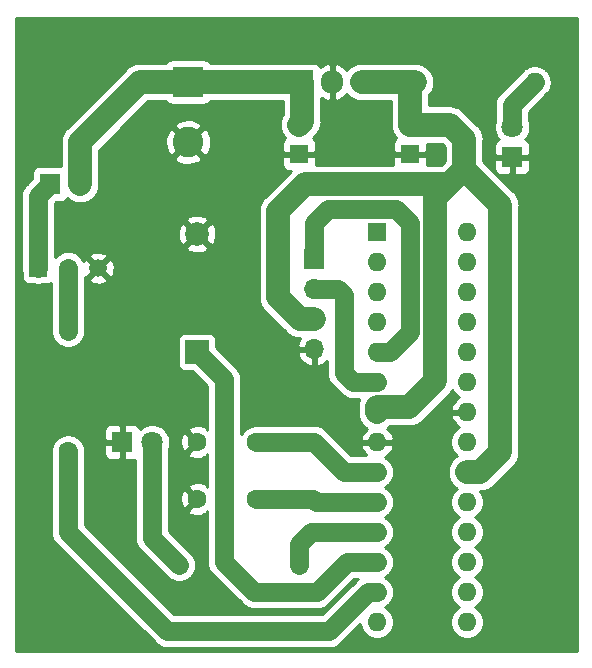
<source format=gbr>
%TF.GenerationSoftware,KiCad,Pcbnew,(5.1.12)-1*%
%TF.CreationDate,2022-04-15T16:44:04+05:30*%
%TF.ProjectId,blind_gloves,626c696e-645f-4676-9c6f-7665732e6b69,rev?*%
%TF.SameCoordinates,Original*%
%TF.FileFunction,Copper,L1,Top*%
%TF.FilePolarity,Positive*%
%FSLAX46Y46*%
G04 Gerber Fmt 4.6, Leading zero omitted, Abs format (unit mm)*
G04 Created by KiCad (PCBNEW (5.1.12)-1) date 2022-04-15 16:44:04*
%MOMM*%
%LPD*%
G01*
G04 APERTURE LIST*
%TA.AperFunction,ComponentPad*%
%ADD10C,1.500000*%
%TD*%
%TA.AperFunction,ComponentPad*%
%ADD11R,1.500000X1.500000*%
%TD*%
%TA.AperFunction,ComponentPad*%
%ADD12C,1.800000*%
%TD*%
%TA.AperFunction,ComponentPad*%
%ADD13R,1.800000X1.800000*%
%TD*%
%TA.AperFunction,ComponentPad*%
%ADD14O,1.600000X1.600000*%
%TD*%
%TA.AperFunction,ComponentPad*%
%ADD15R,1.600000X1.600000*%
%TD*%
%TA.AperFunction,ComponentPad*%
%ADD16O,1.905000X2.000000*%
%TD*%
%TA.AperFunction,ComponentPad*%
%ADD17R,1.905000X2.000000*%
%TD*%
%TA.AperFunction,ComponentPad*%
%ADD18C,1.600000*%
%TD*%
%TA.AperFunction,ComponentPad*%
%ADD19O,1.700000X1.700000*%
%TD*%
%TA.AperFunction,ComponentPad*%
%ADD20R,1.700000X1.700000*%
%TD*%
%TA.AperFunction,ComponentPad*%
%ADD21C,2.600000*%
%TD*%
%TA.AperFunction,ComponentPad*%
%ADD22R,2.600000X2.600000*%
%TD*%
%TA.AperFunction,ComponentPad*%
%ADD23R,2.000000X2.000000*%
%TD*%
%TA.AperFunction,ComponentPad*%
%ADD24C,2.000000*%
%TD*%
%TA.AperFunction,Conductor*%
%ADD25C,1.600000*%
%TD*%
%TA.AperFunction,Conductor*%
%ADD26C,2.000000*%
%TD*%
%TA.AperFunction,Conductor*%
%ADD27C,0.254000*%
%TD*%
%TA.AperFunction,Conductor*%
%ADD28C,0.100000*%
%TD*%
G04 APERTURE END LIST*
D10*
%TO.P,Y1,2*%
%TO.N,Net-(C4-Pad2)*%
X104648000Y-91494000D03*
%TO.P,Y1,1*%
%TO.N,Net-(C3-Pad2)*%
X104648000Y-86614000D03*
%TD*%
D11*
%TO.P,Q1,1*%
%TO.N,Net-(D3-Pad1)*%
X81280000Y-71882000D03*
D10*
%TO.P,Q1,3*%
%TO.N,GND*%
X86360000Y-71882000D03*
%TO.P,Q1,2*%
%TO.N,Net-(Q1-Pad2)*%
X83820000Y-71882000D03*
%TD*%
D12*
%TO.P,D3,2*%
%TO.N,+9V*%
X84836000Y-64770000D03*
D13*
%TO.P,D3,1*%
%TO.N,Net-(D3-Pad1)*%
X82296000Y-64770000D03*
%TD*%
D14*
%TO.P,U2,28*%
%TO.N,N/C*%
X117602000Y-68834000D03*
%TO.P,U2,14*%
X109982000Y-101854000D03*
%TO.P,U2,27*%
X117602000Y-71374000D03*
%TO.P,U2,13*%
%TO.N,Net-(R3-Pad1)*%
X109982000Y-99314000D03*
%TO.P,U2,26*%
%TO.N,N/C*%
X117602000Y-73914000D03*
%TO.P,U2,12*%
%TO.N,Net-(BZ1-Pad1)*%
X109982000Y-96774000D03*
%TO.P,U2,25*%
%TO.N,N/C*%
X117602000Y-76454000D03*
%TO.P,U2,11*%
%TO.N,Net-(R2-Pad2)*%
X109982000Y-94234000D03*
%TO.P,U2,24*%
%TO.N,N/C*%
X117602000Y-78994000D03*
%TO.P,U2,10*%
%TO.N,Net-(C4-Pad2)*%
X109982000Y-91694000D03*
%TO.P,U2,23*%
%TO.N,N/C*%
X117602000Y-81534000D03*
%TO.P,U2,9*%
%TO.N,Net-(C3-Pad2)*%
X109982000Y-89154000D03*
%TO.P,U2,22*%
%TO.N,GND*%
X117602000Y-84074000D03*
%TO.P,U2,8*%
X109982000Y-86614000D03*
%TO.P,U2,21*%
%TO.N,N/C*%
X117602000Y-86614000D03*
%TO.P,U2,7*%
%TO.N,+5V*%
X109982000Y-84074000D03*
%TO.P,U2,20*%
X117602000Y-89154000D03*
%TO.P,U2,6*%
%TO.N,Net-(J2-Pad2)*%
X109982000Y-81534000D03*
%TO.P,U2,19*%
%TO.N,N/C*%
X117602000Y-91694000D03*
%TO.P,U2,5*%
%TO.N,Net-(J2-Pad1)*%
X109982000Y-78994000D03*
%TO.P,U2,18*%
%TO.N,N/C*%
X117602000Y-94234000D03*
%TO.P,U2,4*%
X109982000Y-76454000D03*
%TO.P,U2,17*%
X117602000Y-96774000D03*
%TO.P,U2,3*%
X109982000Y-73914000D03*
%TO.P,U2,16*%
X117602000Y-99314000D03*
%TO.P,U2,2*%
X109982000Y-71374000D03*
%TO.P,U2,15*%
X117602000Y-101854000D03*
D15*
%TO.P,U2,1*%
X109982000Y-68834000D03*
%TD*%
D16*
%TO.P,U1,3*%
%TO.N,+5V*%
X108712000Y-56134000D03*
%TO.P,U1,2*%
%TO.N,GND*%
X106172000Y-56134000D03*
D17*
%TO.P,U1,1*%
%TO.N,+9V*%
X103632000Y-56134000D03*
%TD*%
D14*
%TO.P,R3,2*%
%TO.N,Net-(Q1-Pad2)*%
X83820000Y-77216000D03*
D18*
%TO.P,R3,1*%
%TO.N,Net-(R3-Pad1)*%
X83820000Y-87376000D03*
%TD*%
D14*
%TO.P,R2,2*%
%TO.N,Net-(R2-Pad2)*%
X103378000Y-97028000D03*
D18*
%TO.P,R2,1*%
%TO.N,Net-(D2-Pad2)*%
X93218000Y-97028000D03*
%TD*%
D14*
%TO.P,R1,2*%
%TO.N,Net-(D1-Pad2)*%
X123317000Y-56134000D03*
D18*
%TO.P,R1,1*%
%TO.N,+5V*%
X113157000Y-56134000D03*
%TD*%
D19*
%TO.P,J2,4*%
%TO.N,GND*%
X104648000Y-78740000D03*
%TO.P,J2,3*%
%TO.N,+5V*%
X104648000Y-76200000D03*
%TO.P,J2,2*%
%TO.N,Net-(J2-Pad2)*%
X104648000Y-73660000D03*
D20*
%TO.P,J2,1*%
%TO.N,Net-(J2-Pad1)*%
X104648000Y-71120000D03*
%TD*%
D21*
%TO.P,J1,2*%
%TO.N,GND*%
X93980000Y-61214000D03*
D22*
%TO.P,J1,1*%
%TO.N,+9V*%
X93980000Y-56134000D03*
%TD*%
D12*
%TO.P,D2,2*%
%TO.N,Net-(D2-Pad2)*%
X90932000Y-86614000D03*
D13*
%TO.P,D2,1*%
%TO.N,GND*%
X88392000Y-86614000D03*
%TD*%
D12*
%TO.P,D1,2*%
%TO.N,Net-(D1-Pad2)*%
X121412000Y-59944000D03*
D13*
%TO.P,D1,1*%
%TO.N,GND*%
X121412000Y-62484000D03*
%TD*%
D18*
%TO.P,C4,2*%
%TO.N,Net-(C4-Pad2)*%
X99742000Y-91440000D03*
%TO.P,C4,1*%
%TO.N,GND*%
X94742000Y-91440000D03*
%TD*%
%TO.P,C3,2*%
%TO.N,Net-(C3-Pad2)*%
X99742000Y-86614000D03*
%TO.P,C3,1*%
%TO.N,GND*%
X94742000Y-86614000D03*
%TD*%
%TO.P,C2,2*%
%TO.N,+5V*%
X112776000Y-59730000D03*
D15*
%TO.P,C2,1*%
%TO.N,GND*%
X112776000Y-62230000D03*
%TD*%
D18*
%TO.P,C1,2*%
%TO.N,+9V*%
X103378000Y-59730000D03*
D15*
%TO.P,C1,1*%
%TO.N,GND*%
X103378000Y-62230000D03*
%TD*%
D23*
%TO.P,BZ1,1*%
%TO.N,Net-(BZ1-Pad1)*%
X94742000Y-78994000D03*
D24*
%TO.P,BZ1,2*%
%TO.N,GND*%
X94742000Y-68994000D03*
%TD*%
D25*
%TO.N,Net-(BZ1-Pad1)*%
X107442000Y-96774000D02*
X109982000Y-96774000D01*
X104902000Y-99314000D02*
X107442000Y-96774000D01*
X99568000Y-99314000D02*
X104902000Y-99314000D01*
X97028000Y-96774000D02*
X99568000Y-99314000D01*
X97028000Y-81280000D02*
X97028000Y-96774000D01*
X94742000Y-78994000D02*
X97028000Y-81280000D01*
D26*
%TO.N,+9V*%
X103632000Y-59476000D02*
X103378000Y-59730000D01*
X103632000Y-56134000D02*
X103632000Y-59476000D01*
X103632000Y-56134000D02*
X93980000Y-56134000D01*
X84836000Y-61214000D02*
X84836000Y-64770000D01*
X89916000Y-56134000D02*
X84836000Y-61214000D01*
X93980000Y-56134000D02*
X89916000Y-56134000D01*
%TO.N,+5V*%
X112776000Y-56515000D02*
X113157000Y-56134000D01*
X112776000Y-59730000D02*
X112776000Y-56515000D01*
X108712000Y-56134000D02*
X113157000Y-56134000D01*
X120396000Y-66548000D02*
X117348000Y-63500000D01*
X120396000Y-87491370D02*
X120396000Y-66548000D01*
X118733370Y-89154000D02*
X120396000Y-87491370D01*
X117602000Y-89154000D02*
X118733370Y-89154000D01*
X117348000Y-60960000D02*
X116118000Y-59730000D01*
X116118000Y-59730000D02*
X112776000Y-59730000D01*
X117348000Y-63500000D02*
X117348000Y-60960000D01*
X109982000Y-83634010D02*
X109982000Y-84074000D01*
X112707990Y-83634010D02*
X109982000Y-83634010D01*
X114876010Y-65971990D02*
X114876010Y-81465990D01*
X114876010Y-81465990D02*
X112707990Y-83634010D01*
X117348000Y-63500000D02*
X114876010Y-65971990D01*
X103445919Y-76200000D02*
X104648000Y-76200000D01*
X101600000Y-74354081D02*
X103445919Y-76200000D01*
X103886000Y-64770000D02*
X101600000Y-67056000D01*
X101600000Y-67056000D02*
X101600000Y-74354081D01*
X116078000Y-64770000D02*
X103886000Y-64770000D01*
X117348000Y-63500000D02*
X116078000Y-64770000D01*
D25*
%TO.N,Net-(C3-Pad2)*%
X104648000Y-86614000D02*
X99742000Y-86614000D01*
X107188000Y-89154000D02*
X109982000Y-89154000D01*
X104648000Y-86614000D02*
X107188000Y-89154000D01*
%TO.N,Net-(C4-Pad2)*%
X104594000Y-91440000D02*
X104648000Y-91494000D01*
X99742000Y-91440000D02*
X104594000Y-91440000D01*
X104848000Y-91694000D02*
X104648000Y-91494000D01*
X109982000Y-91694000D02*
X104848000Y-91694000D01*
%TO.N,Net-(D1-Pad2)*%
X121412000Y-58039000D02*
X123317000Y-56134000D01*
X121412000Y-59944000D02*
X121412000Y-58039000D01*
%TO.N,Net-(D2-Pad2)*%
X90932000Y-94742000D02*
X93218000Y-97028000D01*
X90932000Y-86614000D02*
X90932000Y-94742000D01*
%TO.N,Net-(J2-Pad2)*%
X107950000Y-81534000D02*
X109982000Y-81534000D01*
X107188000Y-80772000D02*
X107950000Y-81534000D01*
X107188000Y-74168000D02*
X107188000Y-80772000D01*
X106680000Y-73660000D02*
X107188000Y-74168000D01*
X104648000Y-73660000D02*
X106680000Y-73660000D01*
%TO.N,Net-(J2-Pad1)*%
X104648000Y-68072000D02*
X104648000Y-71120000D01*
X105849989Y-66870011D02*
X104648000Y-68072000D01*
X111574011Y-66870011D02*
X105849989Y-66870011D01*
X112776000Y-68072000D02*
X111574011Y-66870011D01*
X112776000Y-77331370D02*
X112776000Y-68072000D01*
X111113370Y-78994000D02*
X112776000Y-77331370D01*
X109982000Y-78994000D02*
X111113370Y-78994000D01*
%TO.N,Net-(Q1-Pad2)*%
X83820000Y-71882000D02*
X83820000Y-77216000D01*
%TO.N,Net-(R2-Pad2)*%
X104394000Y-94234000D02*
X109982000Y-94234000D01*
X103378000Y-95250000D02*
X104394000Y-94234000D01*
X103378000Y-97028000D02*
X103378000Y-95250000D01*
%TO.N,Net-(R3-Pad1)*%
X83820000Y-94234000D02*
X83820000Y-87376000D01*
X92202000Y-102616000D02*
X83820000Y-94234000D01*
X105938018Y-102616000D02*
X92202000Y-102616000D01*
X109240018Y-99314000D02*
X105938018Y-102616000D01*
X109982000Y-99314000D02*
X109240018Y-99314000D01*
%TO.N,Net-(D3-Pad1)*%
X81280000Y-65786000D02*
X82296000Y-64770000D01*
X81280000Y-71882000D02*
X81280000Y-65786000D01*
%TD*%
D27*
%TO.N,GND*%
X126873000Y-104267000D02*
X79375000Y-104267000D01*
X79375000Y-94234000D01*
X82378057Y-94234000D01*
X82385000Y-94304491D01*
X82405764Y-94515308D01*
X82487818Y-94785807D01*
X82621068Y-95035100D01*
X82800392Y-95253607D01*
X82855155Y-95298550D01*
X91137450Y-103580846D01*
X91182392Y-103635608D01*
X91400899Y-103814932D01*
X91650192Y-103948182D01*
X91920690Y-104030236D01*
X92201999Y-104057943D01*
X92272491Y-104051000D01*
X105867526Y-104051000D01*
X105938018Y-104057943D01*
X106008510Y-104051000D01*
X106219327Y-104030236D01*
X106489826Y-103948182D01*
X106739119Y-103814932D01*
X106957626Y-103635608D01*
X107002572Y-103580841D01*
X108553815Y-102029598D01*
X108602147Y-102272574D01*
X108710320Y-102533727D01*
X108867363Y-102768759D01*
X109067241Y-102968637D01*
X109302273Y-103125680D01*
X109563426Y-103233853D01*
X109840665Y-103289000D01*
X110123335Y-103289000D01*
X110400574Y-103233853D01*
X110661727Y-103125680D01*
X110896759Y-102968637D01*
X111096637Y-102768759D01*
X111253680Y-102533727D01*
X111361853Y-102272574D01*
X111417000Y-101995335D01*
X111417000Y-101712665D01*
X111361853Y-101435426D01*
X111253680Y-101174273D01*
X111096637Y-100939241D01*
X110896759Y-100739363D01*
X110664241Y-100584000D01*
X110720622Y-100546328D01*
X110783101Y-100512932D01*
X110837863Y-100467990D01*
X110896759Y-100428637D01*
X110946846Y-100378550D01*
X111001608Y-100333608D01*
X111046550Y-100278846D01*
X111096637Y-100228759D01*
X111135990Y-100169863D01*
X111180932Y-100115101D01*
X111214328Y-100052622D01*
X111253680Y-99993727D01*
X111280786Y-99928288D01*
X111314182Y-99865808D01*
X111334747Y-99798014D01*
X111361853Y-99732574D01*
X111375673Y-99663097D01*
X111396236Y-99595309D01*
X111403179Y-99524817D01*
X111417000Y-99455335D01*
X111417000Y-99384492D01*
X111423943Y-99314000D01*
X111417000Y-99243508D01*
X111417000Y-99172665D01*
X111403179Y-99103183D01*
X111396236Y-99032691D01*
X111375673Y-98964903D01*
X111361853Y-98895426D01*
X111334747Y-98829986D01*
X111314182Y-98762192D01*
X111280786Y-98699712D01*
X111253680Y-98634273D01*
X111214328Y-98575378D01*
X111180932Y-98512899D01*
X111135990Y-98458137D01*
X111096637Y-98399241D01*
X111046550Y-98349154D01*
X111001608Y-98294392D01*
X110946846Y-98249450D01*
X110896759Y-98199363D01*
X110837863Y-98160010D01*
X110783101Y-98115068D01*
X110720622Y-98081672D01*
X110664241Y-98044000D01*
X110720622Y-98006328D01*
X110783101Y-97972932D01*
X110837863Y-97927990D01*
X110896759Y-97888637D01*
X110946846Y-97838550D01*
X111001608Y-97793608D01*
X111046550Y-97738846D01*
X111096637Y-97688759D01*
X111135990Y-97629863D01*
X111180932Y-97575101D01*
X111214328Y-97512622D01*
X111253680Y-97453727D01*
X111280786Y-97388288D01*
X111314182Y-97325808D01*
X111334747Y-97258014D01*
X111361853Y-97192574D01*
X111375673Y-97123097D01*
X111396236Y-97055309D01*
X111403179Y-96984817D01*
X111417000Y-96915335D01*
X111417000Y-96844492D01*
X111423943Y-96774000D01*
X111417000Y-96703508D01*
X111417000Y-96632665D01*
X111403179Y-96563183D01*
X111396236Y-96492691D01*
X111375673Y-96424903D01*
X111361853Y-96355426D01*
X111334747Y-96289986D01*
X111314182Y-96222192D01*
X111280786Y-96159712D01*
X111253680Y-96094273D01*
X111214328Y-96035378D01*
X111180932Y-95972899D01*
X111135990Y-95918137D01*
X111096637Y-95859241D01*
X111046550Y-95809154D01*
X111001608Y-95754392D01*
X110946846Y-95709450D01*
X110896759Y-95659363D01*
X110837863Y-95620010D01*
X110783101Y-95575068D01*
X110720622Y-95541672D01*
X110664241Y-95504000D01*
X110720622Y-95466328D01*
X110783101Y-95432932D01*
X110837863Y-95387990D01*
X110896759Y-95348637D01*
X110946846Y-95298550D01*
X111001608Y-95253608D01*
X111046550Y-95198846D01*
X111096637Y-95148759D01*
X111135990Y-95089863D01*
X111180932Y-95035101D01*
X111214328Y-94972622D01*
X111253680Y-94913727D01*
X111280786Y-94848288D01*
X111314182Y-94785808D01*
X111334747Y-94718014D01*
X111361853Y-94652574D01*
X111375673Y-94583097D01*
X111396236Y-94515309D01*
X111403179Y-94444817D01*
X111417000Y-94375335D01*
X111417000Y-94304491D01*
X111423943Y-94234000D01*
X111417000Y-94163508D01*
X111417000Y-94092665D01*
X111403179Y-94023183D01*
X111396236Y-93952691D01*
X111375673Y-93884903D01*
X111361853Y-93815426D01*
X111334747Y-93749986D01*
X111314182Y-93682192D01*
X111280786Y-93619712D01*
X111253680Y-93554273D01*
X111214328Y-93495378D01*
X111180932Y-93432899D01*
X111135990Y-93378137D01*
X111096637Y-93319241D01*
X111046550Y-93269154D01*
X111001608Y-93214392D01*
X110946846Y-93169450D01*
X110896759Y-93119363D01*
X110837863Y-93080010D01*
X110783101Y-93035068D01*
X110720622Y-93001672D01*
X110664241Y-92964000D01*
X110720622Y-92926328D01*
X110783101Y-92892932D01*
X110837863Y-92847990D01*
X110896759Y-92808637D01*
X110946846Y-92758550D01*
X111001608Y-92713608D01*
X111046550Y-92658846D01*
X111096637Y-92608759D01*
X111135990Y-92549863D01*
X111180932Y-92495101D01*
X111214328Y-92432622D01*
X111253680Y-92373727D01*
X111280786Y-92308288D01*
X111314182Y-92245808D01*
X111334747Y-92178014D01*
X111361853Y-92112574D01*
X111375673Y-92043097D01*
X111396236Y-91975309D01*
X111403179Y-91904817D01*
X111417000Y-91835335D01*
X111417000Y-91764492D01*
X111423943Y-91694000D01*
X111417000Y-91623508D01*
X111417000Y-91552665D01*
X111403179Y-91483183D01*
X111396236Y-91412691D01*
X111375673Y-91344903D01*
X111361853Y-91275426D01*
X111334747Y-91209986D01*
X111314182Y-91142192D01*
X111280786Y-91079712D01*
X111253680Y-91014273D01*
X111214328Y-90955378D01*
X111180932Y-90892899D01*
X111135990Y-90838137D01*
X111096637Y-90779241D01*
X111046550Y-90729154D01*
X111001608Y-90674392D01*
X110946846Y-90629450D01*
X110896759Y-90579363D01*
X110837863Y-90540010D01*
X110783101Y-90495068D01*
X110720622Y-90461672D01*
X110664241Y-90424000D01*
X110720622Y-90386328D01*
X110783101Y-90352932D01*
X110837863Y-90307990D01*
X110896759Y-90268637D01*
X110946846Y-90218550D01*
X111001608Y-90173608D01*
X111046550Y-90118846D01*
X111096637Y-90068759D01*
X111135990Y-90009863D01*
X111180932Y-89955101D01*
X111214328Y-89892622D01*
X111253680Y-89833727D01*
X111280786Y-89768288D01*
X111314182Y-89705808D01*
X111334747Y-89638014D01*
X111361853Y-89572574D01*
X111375673Y-89503097D01*
X111396236Y-89435309D01*
X111403179Y-89364817D01*
X111417000Y-89295335D01*
X111417000Y-89224492D01*
X111423943Y-89154000D01*
X111417000Y-89083508D01*
X111417000Y-89012665D01*
X111403179Y-88943183D01*
X111396236Y-88872691D01*
X111375673Y-88804903D01*
X111361853Y-88735426D01*
X111334747Y-88669986D01*
X111314182Y-88602192D01*
X111280786Y-88539712D01*
X111253680Y-88474273D01*
X111214328Y-88415378D01*
X111180932Y-88352899D01*
X111135990Y-88298137D01*
X111096637Y-88239241D01*
X111046550Y-88189154D01*
X111001608Y-88134392D01*
X110946846Y-88089450D01*
X110896759Y-88039363D01*
X110837863Y-88000010D01*
X110783101Y-87955068D01*
X110720622Y-87921672D01*
X110661727Y-87882320D01*
X110651135Y-87877933D01*
X110837131Y-87766385D01*
X111045519Y-87577414D01*
X111213037Y-87351420D01*
X111333246Y-87097087D01*
X111373904Y-86963039D01*
X111251915Y-86741000D01*
X110109000Y-86741000D01*
X110109000Y-86761000D01*
X109855000Y-86761000D01*
X109855000Y-86741000D01*
X108712085Y-86741000D01*
X108590096Y-86963039D01*
X108630754Y-87097087D01*
X108750963Y-87351420D01*
X108918481Y-87577414D01*
X109074615Y-87719000D01*
X107782397Y-87719000D01*
X105712554Y-85649159D01*
X105667608Y-85594392D01*
X105449101Y-85415068D01*
X105199808Y-85281818D01*
X104929309Y-85199764D01*
X104718492Y-85179000D01*
X104648000Y-85172057D01*
X104577508Y-85179000D01*
X99600665Y-85179000D01*
X99531183Y-85192821D01*
X99460691Y-85199764D01*
X99392903Y-85220327D01*
X99323426Y-85234147D01*
X99257986Y-85261253D01*
X99190192Y-85281818D01*
X99127712Y-85315214D01*
X99062273Y-85342320D01*
X99003378Y-85381672D01*
X98940899Y-85415068D01*
X98886137Y-85460010D01*
X98827241Y-85499363D01*
X98777154Y-85549450D01*
X98722392Y-85594392D01*
X98677450Y-85649154D01*
X98627363Y-85699241D01*
X98588010Y-85758137D01*
X98543068Y-85812899D01*
X98509672Y-85875378D01*
X98470320Y-85934273D01*
X98463000Y-85951945D01*
X98463000Y-81350491D01*
X98469943Y-81279999D01*
X98442236Y-80998690D01*
X98423138Y-80935734D01*
X98360182Y-80728192D01*
X98226932Y-80478899D01*
X98047607Y-80260392D01*
X97992856Y-80215459D01*
X96874287Y-79096890D01*
X103206524Y-79096890D01*
X103251175Y-79244099D01*
X103376359Y-79506920D01*
X103550412Y-79740269D01*
X103766645Y-79935178D01*
X104016748Y-80084157D01*
X104291109Y-80181481D01*
X104521000Y-80060814D01*
X104521000Y-78867000D01*
X103327845Y-78867000D01*
X103206524Y-79096890D01*
X96874287Y-79096890D01*
X96380072Y-78602676D01*
X96380072Y-77994000D01*
X96367812Y-77869518D01*
X96331502Y-77749820D01*
X96272537Y-77639506D01*
X96193185Y-77542815D01*
X96096494Y-77463463D01*
X95986180Y-77404498D01*
X95866482Y-77368188D01*
X95742000Y-77355928D01*
X93742000Y-77355928D01*
X93617518Y-77368188D01*
X93497820Y-77404498D01*
X93387506Y-77463463D01*
X93290815Y-77542815D01*
X93211463Y-77639506D01*
X93152498Y-77749820D01*
X93116188Y-77869518D01*
X93103928Y-77994000D01*
X93103928Y-79994000D01*
X93116188Y-80118482D01*
X93152498Y-80238180D01*
X93211463Y-80348494D01*
X93290815Y-80445185D01*
X93387506Y-80524537D01*
X93497820Y-80583502D01*
X93617518Y-80619812D01*
X93742000Y-80632072D01*
X94350676Y-80632072D01*
X95593000Y-81874397D01*
X95593000Y-85583393D01*
X95555097Y-85621296D01*
X95483514Y-85377329D01*
X95228004Y-85256429D01*
X94953816Y-85187700D01*
X94671488Y-85173783D01*
X94391870Y-85215213D01*
X94125708Y-85310397D01*
X94000486Y-85377329D01*
X93928903Y-85621298D01*
X94742000Y-86434395D01*
X94756143Y-86420253D01*
X94935748Y-86599858D01*
X94921605Y-86614000D01*
X94935748Y-86628143D01*
X94756143Y-86807748D01*
X94742000Y-86793605D01*
X93928903Y-87606702D01*
X94000486Y-87850671D01*
X94255996Y-87971571D01*
X94530184Y-88040300D01*
X94812512Y-88054217D01*
X95092130Y-88012787D01*
X95358292Y-87917603D01*
X95483514Y-87850671D01*
X95555097Y-87606704D01*
X95593000Y-87644607D01*
X95593001Y-90409392D01*
X95555097Y-90447296D01*
X95483514Y-90203329D01*
X95228004Y-90082429D01*
X94953816Y-90013700D01*
X94671488Y-89999783D01*
X94391870Y-90041213D01*
X94125708Y-90136397D01*
X94000486Y-90203329D01*
X93928903Y-90447298D01*
X94742000Y-91260395D01*
X94756143Y-91246253D01*
X94935748Y-91425858D01*
X94921605Y-91440000D01*
X94935748Y-91454143D01*
X94756143Y-91633748D01*
X94742000Y-91619605D01*
X93928903Y-92432702D01*
X94000486Y-92676671D01*
X94255996Y-92797571D01*
X94530184Y-92866300D01*
X94812512Y-92880217D01*
X95092130Y-92838787D01*
X95358292Y-92743603D01*
X95483514Y-92676671D01*
X95555097Y-92432704D01*
X95593001Y-92470608D01*
X95593001Y-96703498D01*
X95586057Y-96774000D01*
X95613764Y-97055308D01*
X95695818Y-97325807D01*
X95757845Y-97441850D01*
X95829069Y-97575101D01*
X96008393Y-97793608D01*
X96063155Y-97838550D01*
X98503454Y-100278851D01*
X98548392Y-100333608D01*
X98766899Y-100512932D01*
X99016192Y-100646182D01*
X99173344Y-100693853D01*
X99286690Y-100728236D01*
X99567999Y-100755943D01*
X99638491Y-100749000D01*
X104831508Y-100749000D01*
X104902000Y-100755943D01*
X104972492Y-100749000D01*
X105183309Y-100728236D01*
X105453808Y-100646182D01*
X105703101Y-100512932D01*
X105921608Y-100333608D01*
X105966554Y-100278841D01*
X108036397Y-98209000D01*
X108324460Y-98209000D01*
X108220410Y-98294392D01*
X108175468Y-98349154D01*
X105343623Y-101181000D01*
X92796396Y-101181000D01*
X85255000Y-93639605D01*
X85255000Y-87514000D01*
X86853928Y-87514000D01*
X86866188Y-87638482D01*
X86902498Y-87758180D01*
X86961463Y-87868494D01*
X87040815Y-87965185D01*
X87137506Y-88044537D01*
X87247820Y-88103502D01*
X87367518Y-88139812D01*
X87492000Y-88152072D01*
X88106250Y-88149000D01*
X88265000Y-87990250D01*
X88265000Y-86741000D01*
X87015750Y-86741000D01*
X86857000Y-86899750D01*
X86853928Y-87514000D01*
X85255000Y-87514000D01*
X85255000Y-87234665D01*
X85241179Y-87165183D01*
X85234236Y-87094691D01*
X85213673Y-87026903D01*
X85199853Y-86957426D01*
X85172747Y-86891986D01*
X85152182Y-86824192D01*
X85118786Y-86761712D01*
X85091680Y-86696273D01*
X85052328Y-86637378D01*
X85018932Y-86574899D01*
X84973990Y-86520137D01*
X84934637Y-86461241D01*
X84884550Y-86411154D01*
X84839608Y-86356392D01*
X84784846Y-86311450D01*
X84734759Y-86261363D01*
X84675863Y-86222010D01*
X84621101Y-86177068D01*
X84558622Y-86143672D01*
X84499727Y-86104320D01*
X84434288Y-86077214D01*
X84371808Y-86043818D01*
X84304014Y-86023253D01*
X84238574Y-85996147D01*
X84169097Y-85982327D01*
X84101309Y-85961764D01*
X84030817Y-85954821D01*
X83961335Y-85941000D01*
X83890492Y-85941000D01*
X83820000Y-85934057D01*
X83749508Y-85941000D01*
X83678665Y-85941000D01*
X83609182Y-85954821D01*
X83538692Y-85961764D01*
X83470906Y-85982326D01*
X83401426Y-85996147D01*
X83335983Y-86023254D01*
X83268193Y-86043818D01*
X83205716Y-86077213D01*
X83140273Y-86104320D01*
X83081374Y-86143675D01*
X83018900Y-86177068D01*
X82964142Y-86222007D01*
X82905241Y-86261363D01*
X82855149Y-86311455D01*
X82800393Y-86356392D01*
X82755456Y-86411148D01*
X82705363Y-86461241D01*
X82666006Y-86520143D01*
X82621069Y-86574899D01*
X82587677Y-86637371D01*
X82548320Y-86696273D01*
X82521211Y-86761720D01*
X82487819Y-86824192D01*
X82467257Y-86891977D01*
X82440147Y-86957426D01*
X82426325Y-87026913D01*
X82405765Y-87094691D01*
X82398823Y-87165173D01*
X82385000Y-87234665D01*
X82385000Y-87517335D01*
X82385001Y-87517340D01*
X82385000Y-94163508D01*
X82378057Y-94234000D01*
X79375000Y-94234000D01*
X79375000Y-85714000D01*
X86853928Y-85714000D01*
X86857000Y-86328250D01*
X87015750Y-86487000D01*
X88265000Y-86487000D01*
X88265000Y-85237750D01*
X88519000Y-85237750D01*
X88519000Y-86487000D01*
X88539000Y-86487000D01*
X88539000Y-86741000D01*
X88519000Y-86741000D01*
X88519000Y-87990250D01*
X88677750Y-88149000D01*
X89292000Y-88152072D01*
X89416482Y-88139812D01*
X89497000Y-88115387D01*
X89497001Y-94671498D01*
X89490057Y-94742000D01*
X89517764Y-95023308D01*
X89599818Y-95293807D01*
X89635073Y-95359764D01*
X89733069Y-95543101D01*
X89912393Y-95761608D01*
X89967155Y-95806550D01*
X92253146Y-98092543D01*
X92253152Y-98092548D01*
X92303241Y-98142637D01*
X92362142Y-98181993D01*
X92416899Y-98226931D01*
X92479371Y-98260323D01*
X92538273Y-98299680D01*
X92603720Y-98326789D01*
X92666192Y-98360181D01*
X92733979Y-98380744D01*
X92799426Y-98407853D01*
X92868904Y-98421673D01*
X92936690Y-98442236D01*
X93007184Y-98449179D01*
X93076665Y-98463000D01*
X93147507Y-98463000D01*
X93217999Y-98469943D01*
X93288491Y-98463000D01*
X93359335Y-98463000D01*
X93428818Y-98449179D01*
X93499308Y-98442236D01*
X93567091Y-98421674D01*
X93636574Y-98407853D01*
X93702024Y-98380743D01*
X93769807Y-98360181D01*
X93832275Y-98326791D01*
X93897727Y-98299680D01*
X93956633Y-98260320D01*
X94019100Y-98226931D01*
X94073851Y-98181998D01*
X94132759Y-98142637D01*
X94182856Y-98092540D01*
X94237607Y-98047607D01*
X94282540Y-97992856D01*
X94332637Y-97942759D01*
X94371998Y-97883851D01*
X94416931Y-97829100D01*
X94450320Y-97766633D01*
X94489680Y-97707727D01*
X94516791Y-97642275D01*
X94550181Y-97579807D01*
X94570743Y-97512024D01*
X94597853Y-97446574D01*
X94611674Y-97377091D01*
X94632236Y-97309308D01*
X94639179Y-97238818D01*
X94653000Y-97169335D01*
X94653000Y-97098491D01*
X94659943Y-97027999D01*
X94653000Y-96957507D01*
X94653000Y-96886665D01*
X94639179Y-96817184D01*
X94632236Y-96746690D01*
X94611673Y-96678904D01*
X94597853Y-96609426D01*
X94570744Y-96543979D01*
X94550181Y-96476192D01*
X94516789Y-96413720D01*
X94489680Y-96348273D01*
X94450323Y-96289371D01*
X94416931Y-96226899D01*
X94371993Y-96172142D01*
X94332637Y-96113241D01*
X94282548Y-96063152D01*
X94282543Y-96063146D01*
X92367000Y-94147605D01*
X92367000Y-91510512D01*
X93301783Y-91510512D01*
X93343213Y-91790130D01*
X93438397Y-92056292D01*
X93505329Y-92181514D01*
X93749298Y-92253097D01*
X94562395Y-91440000D01*
X93749298Y-90626903D01*
X93505329Y-90698486D01*
X93384429Y-90953996D01*
X93315700Y-91228184D01*
X93301783Y-91510512D01*
X92367000Y-91510512D01*
X92367000Y-87160752D01*
X92408011Y-87061743D01*
X92467000Y-86765184D01*
X92467000Y-86684512D01*
X93301783Y-86684512D01*
X93343213Y-86964130D01*
X93438397Y-87230292D01*
X93505329Y-87355514D01*
X93749298Y-87427097D01*
X94562395Y-86614000D01*
X93749298Y-85800903D01*
X93505329Y-85872486D01*
X93384429Y-86127996D01*
X93315700Y-86402184D01*
X93301783Y-86684512D01*
X92467000Y-86684512D01*
X92467000Y-86462816D01*
X92408011Y-86166257D01*
X92292299Y-85886905D01*
X92124312Y-85635495D01*
X91910505Y-85421688D01*
X91659095Y-85253701D01*
X91379743Y-85137989D01*
X91083184Y-85079000D01*
X90780816Y-85079000D01*
X90484257Y-85137989D01*
X90204905Y-85253701D01*
X89953495Y-85421688D01*
X89887056Y-85488127D01*
X89881502Y-85469820D01*
X89822537Y-85359506D01*
X89743185Y-85262815D01*
X89646494Y-85183463D01*
X89536180Y-85124498D01*
X89416482Y-85088188D01*
X89292000Y-85075928D01*
X88677750Y-85079000D01*
X88519000Y-85237750D01*
X88265000Y-85237750D01*
X88106250Y-85079000D01*
X87492000Y-85075928D01*
X87367518Y-85088188D01*
X87247820Y-85124498D01*
X87137506Y-85183463D01*
X87040815Y-85262815D01*
X86961463Y-85359506D01*
X86902498Y-85469820D01*
X86866188Y-85589518D01*
X86853928Y-85714000D01*
X79375000Y-85714000D01*
X79375000Y-65786000D01*
X79838057Y-65786000D01*
X79845001Y-65856502D01*
X79845000Y-71952491D01*
X79865764Y-72163308D01*
X79891928Y-72249560D01*
X79891928Y-72632000D01*
X79904188Y-72756482D01*
X79940498Y-72876180D01*
X79999463Y-72986494D01*
X80078815Y-73083185D01*
X80175506Y-73162537D01*
X80285820Y-73221502D01*
X80405518Y-73257812D01*
X80530000Y-73270072D01*
X80912439Y-73270072D01*
X80998691Y-73296236D01*
X81280000Y-73323943D01*
X81561308Y-73296236D01*
X81647560Y-73270072D01*
X82030000Y-73270072D01*
X82154482Y-73257812D01*
X82274180Y-73221502D01*
X82384494Y-73162537D01*
X82385000Y-73162122D01*
X82385001Y-77074660D01*
X82385000Y-77074665D01*
X82385000Y-77357335D01*
X82398823Y-77426827D01*
X82405765Y-77497309D01*
X82426325Y-77565087D01*
X82440147Y-77634574D01*
X82467257Y-77700023D01*
X82487819Y-77767808D01*
X82521211Y-77830280D01*
X82548320Y-77895727D01*
X82587677Y-77954629D01*
X82621069Y-78017101D01*
X82666006Y-78071857D01*
X82705363Y-78130759D01*
X82755456Y-78180852D01*
X82800393Y-78235608D01*
X82855149Y-78280545D01*
X82905241Y-78330637D01*
X82964142Y-78369993D01*
X83018900Y-78414932D01*
X83081374Y-78448325D01*
X83140273Y-78487680D01*
X83205716Y-78514787D01*
X83268193Y-78548182D01*
X83335983Y-78568746D01*
X83401426Y-78595853D01*
X83470906Y-78609674D01*
X83538692Y-78630236D01*
X83609182Y-78637179D01*
X83678665Y-78651000D01*
X83749508Y-78651000D01*
X83820000Y-78657943D01*
X83890492Y-78651000D01*
X83961335Y-78651000D01*
X84030817Y-78637179D01*
X84101309Y-78630236D01*
X84169097Y-78609673D01*
X84238574Y-78595853D01*
X84304014Y-78568747D01*
X84371808Y-78548182D01*
X84434288Y-78514786D01*
X84499727Y-78487680D01*
X84558622Y-78448328D01*
X84621101Y-78414932D01*
X84675863Y-78369990D01*
X84734759Y-78330637D01*
X84784846Y-78280550D01*
X84839608Y-78235608D01*
X84884550Y-78180846D01*
X84934637Y-78130759D01*
X84973990Y-78071863D01*
X85018932Y-78017101D01*
X85052328Y-77954622D01*
X85091680Y-77895727D01*
X85118786Y-77830288D01*
X85152182Y-77767808D01*
X85172747Y-77700014D01*
X85199853Y-77634574D01*
X85213673Y-77565097D01*
X85234236Y-77497309D01*
X85241179Y-77426817D01*
X85255000Y-77357335D01*
X85255000Y-72838993D01*
X85582612Y-72838993D01*
X85648137Y-73077860D01*
X85895116Y-73193760D01*
X86159960Y-73259250D01*
X86432492Y-73271812D01*
X86702238Y-73230965D01*
X86958832Y-73138277D01*
X87071863Y-73077860D01*
X87137388Y-72838993D01*
X86360000Y-72061605D01*
X85582612Y-72838993D01*
X85255000Y-72838993D01*
X85255000Y-72618787D01*
X85403007Y-72659388D01*
X86180395Y-71882000D01*
X86539605Y-71882000D01*
X87316993Y-72659388D01*
X87555860Y-72593863D01*
X87671760Y-72346884D01*
X87737250Y-72082040D01*
X87749812Y-71809508D01*
X87708965Y-71539762D01*
X87616277Y-71283168D01*
X87555860Y-71170137D01*
X87316993Y-71104612D01*
X86539605Y-71882000D01*
X86180395Y-71882000D01*
X85403007Y-71104612D01*
X85164140Y-71170137D01*
X85118554Y-71267279D01*
X85018932Y-71080899D01*
X84890995Y-70925007D01*
X85582612Y-70925007D01*
X86360000Y-71702395D01*
X87137388Y-70925007D01*
X87071863Y-70686140D01*
X86824884Y-70570240D01*
X86560040Y-70504750D01*
X86287508Y-70492188D01*
X86017762Y-70533035D01*
X85761168Y-70625723D01*
X85648137Y-70686140D01*
X85582612Y-70925007D01*
X84890995Y-70925007D01*
X84839607Y-70862392D01*
X84621100Y-70683068D01*
X84371807Y-70549818D01*
X84101308Y-70467764D01*
X83820000Y-70440057D01*
X83538691Y-70467764D01*
X83268192Y-70549818D01*
X83018899Y-70683068D01*
X82800392Y-70862393D01*
X82715000Y-70966443D01*
X82715000Y-70129413D01*
X93786192Y-70129413D01*
X93881956Y-70393814D01*
X94171571Y-70534704D01*
X94483108Y-70616384D01*
X94804595Y-70635718D01*
X95123675Y-70591961D01*
X95428088Y-70486795D01*
X95602044Y-70393814D01*
X95697808Y-70129413D01*
X94742000Y-69173605D01*
X93786192Y-70129413D01*
X82715000Y-70129413D01*
X82715000Y-69056595D01*
X93100282Y-69056595D01*
X93144039Y-69375675D01*
X93249205Y-69680088D01*
X93342186Y-69854044D01*
X93606587Y-69949808D01*
X94562395Y-68994000D01*
X94921605Y-68994000D01*
X95877413Y-69949808D01*
X96141814Y-69854044D01*
X96282704Y-69564429D01*
X96364384Y-69252892D01*
X96383718Y-68931405D01*
X96339961Y-68612325D01*
X96234795Y-68307912D01*
X96141814Y-68133956D01*
X95877413Y-68038192D01*
X94921605Y-68994000D01*
X94562395Y-68994000D01*
X93606587Y-68038192D01*
X93342186Y-68133956D01*
X93201296Y-68423571D01*
X93119616Y-68735108D01*
X93100282Y-69056595D01*
X82715000Y-69056595D01*
X82715000Y-67858587D01*
X93786192Y-67858587D01*
X94742000Y-68814395D01*
X95697808Y-67858587D01*
X95602044Y-67594186D01*
X95312429Y-67453296D01*
X95000892Y-67371616D01*
X94679405Y-67352282D01*
X94360325Y-67396039D01*
X94055912Y-67501205D01*
X93881956Y-67594186D01*
X93786192Y-67858587D01*
X82715000Y-67858587D01*
X82715000Y-67056000D01*
X99957089Y-67056000D01*
X99965000Y-67136320D01*
X99965001Y-74273752D01*
X99957089Y-74354081D01*
X99988658Y-74674597D01*
X100082148Y-74982795D01*
X100138345Y-75087932D01*
X100233970Y-75266833D01*
X100438287Y-75515795D01*
X100500682Y-75567001D01*
X102233003Y-77299324D01*
X102284205Y-77361714D01*
X102533167Y-77566031D01*
X102623186Y-77614147D01*
X102817204Y-77717852D01*
X103125402Y-77811343D01*
X103445919Y-77842911D01*
X103475634Y-77839984D01*
X103376359Y-77973080D01*
X103251175Y-78235901D01*
X103206524Y-78383110D01*
X103327845Y-78613000D01*
X104521000Y-78613000D01*
X104521000Y-78593000D01*
X104775000Y-78593000D01*
X104775000Y-78613000D01*
X104795000Y-78613000D01*
X104795000Y-78867000D01*
X104775000Y-78867000D01*
X104775000Y-80060814D01*
X105004891Y-80181481D01*
X105279252Y-80084157D01*
X105529355Y-79935178D01*
X105745588Y-79740269D01*
X105753001Y-79730331D01*
X105753001Y-80701498D01*
X105746057Y-80772000D01*
X105773764Y-81053308D01*
X105855818Y-81323807D01*
X105855819Y-81323808D01*
X105989069Y-81573101D01*
X106168393Y-81791608D01*
X106223155Y-81836550D01*
X106885445Y-82498840D01*
X106930392Y-82553608D01*
X107148899Y-82732932D01*
X107398192Y-82866182D01*
X107668691Y-82948237D01*
X107950000Y-82975943D01*
X108020495Y-82969000D01*
X108483548Y-82969000D01*
X108464148Y-83005295D01*
X108370657Y-83313494D01*
X108339089Y-83634010D01*
X108347000Y-83714332D01*
X108347000Y-84154322D01*
X108370657Y-84394516D01*
X108464148Y-84702715D01*
X108615969Y-84986752D01*
X108820286Y-85235714D01*
X109069249Y-85440031D01*
X109120476Y-85467412D01*
X108918481Y-85650586D01*
X108750963Y-85876580D01*
X108630754Y-86130913D01*
X108590096Y-86264961D01*
X108712085Y-86487000D01*
X109855000Y-86487000D01*
X109855000Y-86467000D01*
X110109000Y-86467000D01*
X110109000Y-86487000D01*
X111251915Y-86487000D01*
X111373904Y-86264961D01*
X111333246Y-86130913D01*
X111213037Y-85876580D01*
X111045519Y-85650586D01*
X110843524Y-85467413D01*
X110894752Y-85440031D01*
X111103143Y-85269010D01*
X112627671Y-85269010D01*
X112707990Y-85276921D01*
X112788309Y-85269010D01*
X112788312Y-85269010D01*
X113028506Y-85245353D01*
X113336705Y-85151862D01*
X113620742Y-85000041D01*
X113869704Y-84795724D01*
X113920915Y-84733323D01*
X115975328Y-82678910D01*
X116037724Y-82627704D01*
X116242041Y-82378742D01*
X116330287Y-82213646D01*
X116330320Y-82213727D01*
X116487363Y-82448759D01*
X116687241Y-82648637D01*
X116922273Y-82805680D01*
X116932865Y-82810067D01*
X116746869Y-82921615D01*
X116538481Y-83110586D01*
X116370963Y-83336580D01*
X116250754Y-83590913D01*
X116210096Y-83724961D01*
X116332085Y-83947000D01*
X117475000Y-83947000D01*
X117475000Y-83927000D01*
X117729000Y-83927000D01*
X117729000Y-83947000D01*
X117749000Y-83947000D01*
X117749000Y-84201000D01*
X117729000Y-84201000D01*
X117729000Y-84221000D01*
X117475000Y-84221000D01*
X117475000Y-84201000D01*
X116332085Y-84201000D01*
X116210096Y-84423039D01*
X116250754Y-84557087D01*
X116370963Y-84811420D01*
X116538481Y-85037414D01*
X116746869Y-85226385D01*
X116932865Y-85337933D01*
X116922273Y-85342320D01*
X116687241Y-85499363D01*
X116487363Y-85699241D01*
X116330320Y-85934273D01*
X116222147Y-86195426D01*
X116167000Y-86472665D01*
X116167000Y-86755335D01*
X116222147Y-87032574D01*
X116330320Y-87293727D01*
X116487363Y-87528759D01*
X116687241Y-87728637D01*
X116737466Y-87762196D01*
X116689248Y-87787969D01*
X116440286Y-87992286D01*
X116235969Y-88241248D01*
X116084148Y-88525285D01*
X115990657Y-88833484D01*
X115959089Y-89154000D01*
X115990657Y-89474516D01*
X116084148Y-89782715D01*
X116235969Y-90066752D01*
X116440286Y-90315714D01*
X116689248Y-90520031D01*
X116737466Y-90545804D01*
X116687241Y-90579363D01*
X116487363Y-90779241D01*
X116330320Y-91014273D01*
X116222147Y-91275426D01*
X116167000Y-91552665D01*
X116167000Y-91835335D01*
X116222147Y-92112574D01*
X116330320Y-92373727D01*
X116487363Y-92608759D01*
X116687241Y-92808637D01*
X116919759Y-92964000D01*
X116687241Y-93119363D01*
X116487363Y-93319241D01*
X116330320Y-93554273D01*
X116222147Y-93815426D01*
X116167000Y-94092665D01*
X116167000Y-94375335D01*
X116222147Y-94652574D01*
X116330320Y-94913727D01*
X116487363Y-95148759D01*
X116687241Y-95348637D01*
X116919759Y-95504000D01*
X116687241Y-95659363D01*
X116487363Y-95859241D01*
X116330320Y-96094273D01*
X116222147Y-96355426D01*
X116167000Y-96632665D01*
X116167000Y-96915335D01*
X116222147Y-97192574D01*
X116330320Y-97453727D01*
X116487363Y-97688759D01*
X116687241Y-97888637D01*
X116919759Y-98044000D01*
X116687241Y-98199363D01*
X116487363Y-98399241D01*
X116330320Y-98634273D01*
X116222147Y-98895426D01*
X116167000Y-99172665D01*
X116167000Y-99455335D01*
X116222147Y-99732574D01*
X116330320Y-99993727D01*
X116487363Y-100228759D01*
X116687241Y-100428637D01*
X116919759Y-100584000D01*
X116687241Y-100739363D01*
X116487363Y-100939241D01*
X116330320Y-101174273D01*
X116222147Y-101435426D01*
X116167000Y-101712665D01*
X116167000Y-101995335D01*
X116222147Y-102272574D01*
X116330320Y-102533727D01*
X116487363Y-102768759D01*
X116687241Y-102968637D01*
X116922273Y-103125680D01*
X117183426Y-103233853D01*
X117460665Y-103289000D01*
X117743335Y-103289000D01*
X118020574Y-103233853D01*
X118281727Y-103125680D01*
X118516759Y-102968637D01*
X118716637Y-102768759D01*
X118873680Y-102533727D01*
X118981853Y-102272574D01*
X119037000Y-101995335D01*
X119037000Y-101712665D01*
X118981853Y-101435426D01*
X118873680Y-101174273D01*
X118716637Y-100939241D01*
X118516759Y-100739363D01*
X118284241Y-100584000D01*
X118516759Y-100428637D01*
X118716637Y-100228759D01*
X118873680Y-99993727D01*
X118981853Y-99732574D01*
X119037000Y-99455335D01*
X119037000Y-99172665D01*
X118981853Y-98895426D01*
X118873680Y-98634273D01*
X118716637Y-98399241D01*
X118516759Y-98199363D01*
X118284241Y-98044000D01*
X118516759Y-97888637D01*
X118716637Y-97688759D01*
X118873680Y-97453727D01*
X118981853Y-97192574D01*
X119037000Y-96915335D01*
X119037000Y-96632665D01*
X118981853Y-96355426D01*
X118873680Y-96094273D01*
X118716637Y-95859241D01*
X118516759Y-95659363D01*
X118284241Y-95504000D01*
X118516759Y-95348637D01*
X118716637Y-95148759D01*
X118873680Y-94913727D01*
X118981853Y-94652574D01*
X119037000Y-94375335D01*
X119037000Y-94092665D01*
X118981853Y-93815426D01*
X118873680Y-93554273D01*
X118716637Y-93319241D01*
X118516759Y-93119363D01*
X118284241Y-92964000D01*
X118516759Y-92808637D01*
X118716637Y-92608759D01*
X118873680Y-92373727D01*
X118981853Y-92112574D01*
X119037000Y-91835335D01*
X119037000Y-91552665D01*
X118981853Y-91275426D01*
X118873680Y-91014273D01*
X118728097Y-90796392D01*
X118733370Y-90796911D01*
X118813689Y-90789000D01*
X118813692Y-90789000D01*
X119053886Y-90765343D01*
X119362085Y-90671852D01*
X119646122Y-90520031D01*
X119895084Y-90315714D01*
X119946295Y-90253314D01*
X121495320Y-88704289D01*
X121557714Y-88653084D01*
X121762031Y-88404122D01*
X121913852Y-88120085D01*
X122007343Y-87811886D01*
X122031000Y-87571692D01*
X122031000Y-87571690D01*
X122038911Y-87491370D01*
X122031000Y-87411051D01*
X122031000Y-66628319D01*
X122038911Y-66548000D01*
X122031000Y-66467678D01*
X122007343Y-66227484D01*
X121913852Y-65919285D01*
X121762031Y-65635248D01*
X121557714Y-65386286D01*
X121495319Y-65335080D01*
X119544239Y-63384000D01*
X119873928Y-63384000D01*
X119886188Y-63508482D01*
X119922498Y-63628180D01*
X119981463Y-63738494D01*
X120060815Y-63835185D01*
X120157506Y-63914537D01*
X120267820Y-63973502D01*
X120387518Y-64009812D01*
X120512000Y-64022072D01*
X121126250Y-64019000D01*
X121285000Y-63860250D01*
X121285000Y-62611000D01*
X121539000Y-62611000D01*
X121539000Y-63860250D01*
X121697750Y-64019000D01*
X122312000Y-64022072D01*
X122436482Y-64009812D01*
X122556180Y-63973502D01*
X122666494Y-63914537D01*
X122763185Y-63835185D01*
X122842537Y-63738494D01*
X122901502Y-63628180D01*
X122937812Y-63508482D01*
X122950072Y-63384000D01*
X122947000Y-62769750D01*
X122788250Y-62611000D01*
X121539000Y-62611000D01*
X121285000Y-62611000D01*
X120035750Y-62611000D01*
X119877000Y-62769750D01*
X119873928Y-63384000D01*
X119544239Y-63384000D01*
X118983000Y-62822762D01*
X118983000Y-61584000D01*
X119873928Y-61584000D01*
X119877000Y-62198250D01*
X120035750Y-62357000D01*
X121285000Y-62357000D01*
X121285000Y-62337000D01*
X121539000Y-62337000D01*
X121539000Y-62357000D01*
X122788250Y-62357000D01*
X122947000Y-62198250D01*
X122950072Y-61584000D01*
X122937812Y-61459518D01*
X122901502Y-61339820D01*
X122842537Y-61229506D01*
X122763185Y-61132815D01*
X122666494Y-61053463D01*
X122556180Y-60994498D01*
X122537873Y-60988944D01*
X122604312Y-60922505D01*
X122772299Y-60671095D01*
X122888011Y-60391743D01*
X122947000Y-60095184D01*
X122947000Y-59792816D01*
X122888011Y-59496257D01*
X122847000Y-59397248D01*
X122847000Y-58633395D01*
X124381543Y-57098853D01*
X124431637Y-57048759D01*
X124470995Y-56989856D01*
X124515931Y-56935101D01*
X124549324Y-56872627D01*
X124588680Y-56813727D01*
X124615786Y-56748286D01*
X124649182Y-56685808D01*
X124669748Y-56618012D01*
X124696853Y-56552574D01*
X124710672Y-56483104D01*
X124731237Y-56415309D01*
X124738180Y-56344810D01*
X124752000Y-56275335D01*
X124752000Y-56204495D01*
X124758943Y-56134000D01*
X124752000Y-56063505D01*
X124752000Y-55992665D01*
X124738180Y-55923190D01*
X124731237Y-55852691D01*
X124710672Y-55784897D01*
X124696853Y-55715426D01*
X124669747Y-55649986D01*
X124649182Y-55582193D01*
X124615788Y-55519718D01*
X124588680Y-55454273D01*
X124549321Y-55395369D01*
X124515931Y-55332900D01*
X124470998Y-55278149D01*
X124431637Y-55219241D01*
X124381540Y-55169144D01*
X124336607Y-55114393D01*
X124281856Y-55069460D01*
X124231759Y-55019363D01*
X124172851Y-54980002D01*
X124118100Y-54935069D01*
X124055631Y-54901679D01*
X123996727Y-54862320D01*
X123931282Y-54835212D01*
X123868807Y-54801818D01*
X123801014Y-54781253D01*
X123735574Y-54754147D01*
X123666103Y-54740328D01*
X123598309Y-54719763D01*
X123527810Y-54712820D01*
X123458335Y-54699000D01*
X123387495Y-54699000D01*
X123317000Y-54692057D01*
X123246505Y-54699000D01*
X123175665Y-54699000D01*
X123106190Y-54712820D01*
X123035691Y-54719763D01*
X122967896Y-54740328D01*
X122898426Y-54754147D01*
X122832988Y-54781252D01*
X122765192Y-54801818D01*
X122702714Y-54835214D01*
X122637273Y-54862320D01*
X122578373Y-54901676D01*
X122515899Y-54935069D01*
X122461144Y-54980005D01*
X122402241Y-55019363D01*
X122352147Y-55069457D01*
X120447155Y-56974450D01*
X120392393Y-57019392D01*
X120213069Y-57237899D01*
X120174817Y-57309463D01*
X120079818Y-57487193D01*
X119997764Y-57757692D01*
X119970057Y-58039000D01*
X119977001Y-58109501D01*
X119977000Y-59397247D01*
X119935989Y-59496257D01*
X119877000Y-59792816D01*
X119877000Y-60095184D01*
X119935989Y-60391743D01*
X120051701Y-60671095D01*
X120219688Y-60922505D01*
X120286127Y-60988944D01*
X120267820Y-60994498D01*
X120157506Y-61053463D01*
X120060815Y-61132815D01*
X119981463Y-61229506D01*
X119922498Y-61339820D01*
X119886188Y-61459518D01*
X119873928Y-61584000D01*
X118983000Y-61584000D01*
X118983000Y-61040322D01*
X118990911Y-60960000D01*
X118959343Y-60639483D01*
X118865852Y-60331285D01*
X118849797Y-60301248D01*
X118714031Y-60047248D01*
X118509714Y-59798286D01*
X118447323Y-59747084D01*
X117330924Y-58630686D01*
X117279714Y-58568286D01*
X117030752Y-58363969D01*
X116746715Y-58212148D01*
X116438516Y-58118657D01*
X116198322Y-58095000D01*
X116198319Y-58095000D01*
X116118000Y-58087089D01*
X116037681Y-58095000D01*
X114411000Y-58095000D01*
X114411000Y-57183263D01*
X114523031Y-57046752D01*
X114674852Y-56762715D01*
X114768343Y-56454516D01*
X114799911Y-56134000D01*
X114768343Y-55813484D01*
X114674852Y-55505285D01*
X114523031Y-55221248D01*
X114318714Y-54972286D01*
X114069752Y-54767969D01*
X113785715Y-54616148D01*
X113477516Y-54522657D01*
X113237322Y-54499000D01*
X113237319Y-54499000D01*
X113156999Y-54491089D01*
X113076680Y-54499000D01*
X108789986Y-54499000D01*
X108712000Y-54491319D01*
X108634014Y-54499000D01*
X108631678Y-54499000D01*
X108391484Y-54522657D01*
X108083285Y-54616148D01*
X107799248Y-54767969D01*
X107550286Y-54972286D01*
X107425480Y-55124363D01*
X107281437Y-54952685D01*
X107038923Y-54758031D01*
X106763094Y-54614429D01*
X106544980Y-54543437D01*
X106299000Y-54663406D01*
X106299000Y-56007000D01*
X106319000Y-56007000D01*
X106319000Y-56261000D01*
X106299000Y-56261000D01*
X106299000Y-57604594D01*
X106544980Y-57724563D01*
X106763094Y-57653571D01*
X107038923Y-57509969D01*
X107281437Y-57315315D01*
X107425480Y-57143637D01*
X107550286Y-57295714D01*
X107799248Y-57500031D01*
X108083285Y-57651852D01*
X108391484Y-57745343D01*
X108631678Y-57769000D01*
X108634014Y-57769000D01*
X108712000Y-57776681D01*
X108789986Y-57769000D01*
X111141001Y-57769000D01*
X111141000Y-59649678D01*
X111133089Y-59730000D01*
X111164657Y-60050516D01*
X111258148Y-60358715D01*
X111409969Y-60642752D01*
X111575651Y-60844637D01*
X111614286Y-60891714D01*
X111622852Y-60898744D01*
X111621506Y-60899463D01*
X111524815Y-60978815D01*
X111445463Y-61075506D01*
X111386498Y-61185820D01*
X111350188Y-61305518D01*
X111337928Y-61430000D01*
X111341000Y-61944250D01*
X111499750Y-62103000D01*
X112649000Y-62103000D01*
X112649000Y-62083000D01*
X112903000Y-62083000D01*
X112903000Y-62103000D01*
X114052250Y-62103000D01*
X114211000Y-61944250D01*
X114214072Y-61430000D01*
X114207670Y-61365000D01*
X115440761Y-61365000D01*
X115713001Y-61637240D01*
X115713000Y-62822761D01*
X115400761Y-63135000D01*
X114203731Y-63135000D01*
X114214072Y-63030000D01*
X114211000Y-62515750D01*
X114052250Y-62357000D01*
X112903000Y-62357000D01*
X112903000Y-62377000D01*
X112649000Y-62377000D01*
X112649000Y-62357000D01*
X111499750Y-62357000D01*
X111341000Y-62515750D01*
X111337928Y-63030000D01*
X111348269Y-63135000D01*
X104805731Y-63135000D01*
X104816072Y-63030000D01*
X104813000Y-62515750D01*
X104654250Y-62357000D01*
X103505000Y-62357000D01*
X103505000Y-62377000D01*
X103251000Y-62377000D01*
X103251000Y-62357000D01*
X102101750Y-62357000D01*
X101943000Y-62515750D01*
X101939928Y-63030000D01*
X101952188Y-63154482D01*
X101988498Y-63274180D01*
X102047463Y-63384494D01*
X102126815Y-63481185D01*
X102223506Y-63560537D01*
X102333820Y-63619502D01*
X102453518Y-63655812D01*
X102578000Y-63668072D01*
X102675700Y-63667488D01*
X102673080Y-63670682D01*
X100500687Y-65843075D01*
X100438286Y-65894286D01*
X100233969Y-66143249D01*
X100082148Y-66427286D01*
X99988657Y-66735485D01*
X99965000Y-66975678D01*
X99957089Y-67056000D01*
X82715000Y-67056000D01*
X82715000Y-66380395D01*
X82787323Y-66308072D01*
X83196000Y-66308072D01*
X83320482Y-66295812D01*
X83440180Y-66259502D01*
X83550494Y-66200537D01*
X83647185Y-66121185D01*
X83726537Y-66024494D01*
X83745077Y-65989809D01*
X83923249Y-66136031D01*
X84207286Y-66287852D01*
X84515485Y-66381343D01*
X84836000Y-66412911D01*
X85156516Y-66381343D01*
X85464715Y-66287852D01*
X85748752Y-66136031D01*
X85997714Y-65931714D01*
X86202031Y-65682752D01*
X86353852Y-65398715D01*
X86447343Y-65090516D01*
X86471000Y-64850322D01*
X86471000Y-62563224D01*
X92810381Y-62563224D01*
X92942317Y-62858312D01*
X93283045Y-63029159D01*
X93650557Y-63130250D01*
X94030729Y-63157701D01*
X94408951Y-63110457D01*
X94770690Y-62990333D01*
X95017683Y-62858312D01*
X95149619Y-62563224D01*
X93980000Y-61393605D01*
X92810381Y-62563224D01*
X86471000Y-62563224D01*
X86471000Y-61891238D01*
X87097509Y-61264729D01*
X92036299Y-61264729D01*
X92083543Y-61642951D01*
X92203667Y-62004690D01*
X92335688Y-62251683D01*
X92630776Y-62383619D01*
X93800395Y-61214000D01*
X94159605Y-61214000D01*
X95329224Y-62383619D01*
X95624312Y-62251683D01*
X95795159Y-61910955D01*
X95896250Y-61543443D01*
X95923701Y-61163271D01*
X95876457Y-60785049D01*
X95756333Y-60423310D01*
X95624312Y-60176317D01*
X95329224Y-60044381D01*
X94159605Y-61214000D01*
X93800395Y-61214000D01*
X92630776Y-60044381D01*
X92335688Y-60176317D01*
X92164841Y-60517045D01*
X92063750Y-60884557D01*
X92036299Y-61264729D01*
X87097509Y-61264729D01*
X88497462Y-59864776D01*
X92810381Y-59864776D01*
X93980000Y-61034395D01*
X95149619Y-59864776D01*
X95017683Y-59569688D01*
X94676955Y-59398841D01*
X94309443Y-59297750D01*
X93929271Y-59270299D01*
X93551049Y-59317543D01*
X93189310Y-59437667D01*
X92942317Y-59569688D01*
X92810381Y-59864776D01*
X88497462Y-59864776D01*
X90593239Y-57769000D01*
X92139043Y-57769000D01*
X92149463Y-57788494D01*
X92228815Y-57885185D01*
X92325506Y-57964537D01*
X92435820Y-58023502D01*
X92555518Y-58059812D01*
X92680000Y-58072072D01*
X95280000Y-58072072D01*
X95404482Y-58059812D01*
X95524180Y-58023502D01*
X95634494Y-57964537D01*
X95731185Y-57885185D01*
X95810537Y-57788494D01*
X95820957Y-57769000D01*
X101997000Y-57769000D01*
X101997001Y-58845253D01*
X101860148Y-59101286D01*
X101766658Y-59409484D01*
X101735089Y-59730000D01*
X101766658Y-60050516D01*
X101860148Y-60358714D01*
X102011970Y-60642752D01*
X102216287Y-60891713D01*
X102224853Y-60898743D01*
X102223506Y-60899463D01*
X102126815Y-60978815D01*
X102047463Y-61075506D01*
X101988498Y-61185820D01*
X101952188Y-61305518D01*
X101939928Y-61430000D01*
X101943000Y-61944250D01*
X102101750Y-62103000D01*
X103251000Y-62103000D01*
X103251000Y-62083000D01*
X103505000Y-62083000D01*
X103505000Y-62103000D01*
X104654250Y-62103000D01*
X104813000Y-61944250D01*
X104816072Y-61430000D01*
X104803812Y-61305518D01*
X104767502Y-61185820D01*
X104708537Y-61075506D01*
X104629185Y-60978815D01*
X104532494Y-60899463D01*
X104524857Y-60895381D01*
X104731313Y-60688925D01*
X104793714Y-60637714D01*
X104998031Y-60388752D01*
X105149852Y-60104715D01*
X105243343Y-59796516D01*
X105267000Y-59556322D01*
X105267000Y-59556320D01*
X105274911Y-59476001D01*
X105267000Y-59395681D01*
X105267000Y-57479406D01*
X105305077Y-57509969D01*
X105580906Y-57653571D01*
X105799020Y-57724563D01*
X106045000Y-57604594D01*
X106045000Y-56261000D01*
X106025000Y-56261000D01*
X106025000Y-56007000D01*
X106045000Y-56007000D01*
X106045000Y-54663406D01*
X105799020Y-54543437D01*
X105580906Y-54614429D01*
X105305077Y-54758031D01*
X105164059Y-54871219D01*
X105115037Y-54779506D01*
X105035685Y-54682815D01*
X104938994Y-54603463D01*
X104828680Y-54544498D01*
X104708982Y-54508188D01*
X104584500Y-54495928D01*
X103681131Y-54495928D01*
X103632000Y-54491089D01*
X103582869Y-54495928D01*
X102679500Y-54495928D01*
X102648308Y-54499000D01*
X95820957Y-54499000D01*
X95810537Y-54479506D01*
X95731185Y-54382815D01*
X95634494Y-54303463D01*
X95524180Y-54244498D01*
X95404482Y-54208188D01*
X95280000Y-54195928D01*
X92680000Y-54195928D01*
X92555518Y-54208188D01*
X92435820Y-54244498D01*
X92325506Y-54303463D01*
X92228815Y-54382815D01*
X92149463Y-54479506D01*
X92139043Y-54499000D01*
X89996319Y-54499000D01*
X89916000Y-54491089D01*
X89835680Y-54499000D01*
X89835678Y-54499000D01*
X89595484Y-54522657D01*
X89287285Y-54616148D01*
X89003248Y-54767969D01*
X88754286Y-54972286D01*
X88703080Y-55034681D01*
X83736687Y-60001075D01*
X83674286Y-60052286D01*
X83469969Y-60301249D01*
X83318148Y-60585286D01*
X83224657Y-60893485D01*
X83214001Y-61001680D01*
X83193089Y-61214000D01*
X83201000Y-61294320D01*
X83201001Y-63232420D01*
X83196000Y-63231928D01*
X81396000Y-63231928D01*
X81271518Y-63244188D01*
X81151820Y-63280498D01*
X81041506Y-63339463D01*
X80944815Y-63418815D01*
X80865463Y-63515506D01*
X80806498Y-63625820D01*
X80770188Y-63745518D01*
X80757928Y-63870000D01*
X80757928Y-64278677D01*
X80315154Y-64721450D01*
X80260393Y-64766392D01*
X80081069Y-64984899D01*
X80024615Y-65090517D01*
X79947818Y-65234193D01*
X79865764Y-65504692D01*
X79838057Y-65786000D01*
X79375000Y-65786000D01*
X79375000Y-50673000D01*
X126873000Y-50673000D01*
X126873000Y-104267000D01*
%TA.AperFunction,Conductor*%
D28*
G36*
X126873000Y-104267000D02*
G01*
X79375000Y-104267000D01*
X79375000Y-94234000D01*
X82378057Y-94234000D01*
X82385000Y-94304491D01*
X82405764Y-94515308D01*
X82487818Y-94785807D01*
X82621068Y-95035100D01*
X82800392Y-95253607D01*
X82855155Y-95298550D01*
X91137450Y-103580846D01*
X91182392Y-103635608D01*
X91400899Y-103814932D01*
X91650192Y-103948182D01*
X91920690Y-104030236D01*
X92201999Y-104057943D01*
X92272491Y-104051000D01*
X105867526Y-104051000D01*
X105938018Y-104057943D01*
X106008510Y-104051000D01*
X106219327Y-104030236D01*
X106489826Y-103948182D01*
X106739119Y-103814932D01*
X106957626Y-103635608D01*
X107002572Y-103580841D01*
X108553815Y-102029598D01*
X108602147Y-102272574D01*
X108710320Y-102533727D01*
X108867363Y-102768759D01*
X109067241Y-102968637D01*
X109302273Y-103125680D01*
X109563426Y-103233853D01*
X109840665Y-103289000D01*
X110123335Y-103289000D01*
X110400574Y-103233853D01*
X110661727Y-103125680D01*
X110896759Y-102968637D01*
X111096637Y-102768759D01*
X111253680Y-102533727D01*
X111361853Y-102272574D01*
X111417000Y-101995335D01*
X111417000Y-101712665D01*
X111361853Y-101435426D01*
X111253680Y-101174273D01*
X111096637Y-100939241D01*
X110896759Y-100739363D01*
X110664241Y-100584000D01*
X110720622Y-100546328D01*
X110783101Y-100512932D01*
X110837863Y-100467990D01*
X110896759Y-100428637D01*
X110946846Y-100378550D01*
X111001608Y-100333608D01*
X111046550Y-100278846D01*
X111096637Y-100228759D01*
X111135990Y-100169863D01*
X111180932Y-100115101D01*
X111214328Y-100052622D01*
X111253680Y-99993727D01*
X111280786Y-99928288D01*
X111314182Y-99865808D01*
X111334747Y-99798014D01*
X111361853Y-99732574D01*
X111375673Y-99663097D01*
X111396236Y-99595309D01*
X111403179Y-99524817D01*
X111417000Y-99455335D01*
X111417000Y-99384492D01*
X111423943Y-99314000D01*
X111417000Y-99243508D01*
X111417000Y-99172665D01*
X111403179Y-99103183D01*
X111396236Y-99032691D01*
X111375673Y-98964903D01*
X111361853Y-98895426D01*
X111334747Y-98829986D01*
X111314182Y-98762192D01*
X111280786Y-98699712D01*
X111253680Y-98634273D01*
X111214328Y-98575378D01*
X111180932Y-98512899D01*
X111135990Y-98458137D01*
X111096637Y-98399241D01*
X111046550Y-98349154D01*
X111001608Y-98294392D01*
X110946846Y-98249450D01*
X110896759Y-98199363D01*
X110837863Y-98160010D01*
X110783101Y-98115068D01*
X110720622Y-98081672D01*
X110664241Y-98044000D01*
X110720622Y-98006328D01*
X110783101Y-97972932D01*
X110837863Y-97927990D01*
X110896759Y-97888637D01*
X110946846Y-97838550D01*
X111001608Y-97793608D01*
X111046550Y-97738846D01*
X111096637Y-97688759D01*
X111135990Y-97629863D01*
X111180932Y-97575101D01*
X111214328Y-97512622D01*
X111253680Y-97453727D01*
X111280786Y-97388288D01*
X111314182Y-97325808D01*
X111334747Y-97258014D01*
X111361853Y-97192574D01*
X111375673Y-97123097D01*
X111396236Y-97055309D01*
X111403179Y-96984817D01*
X111417000Y-96915335D01*
X111417000Y-96844492D01*
X111423943Y-96774000D01*
X111417000Y-96703508D01*
X111417000Y-96632665D01*
X111403179Y-96563183D01*
X111396236Y-96492691D01*
X111375673Y-96424903D01*
X111361853Y-96355426D01*
X111334747Y-96289986D01*
X111314182Y-96222192D01*
X111280786Y-96159712D01*
X111253680Y-96094273D01*
X111214328Y-96035378D01*
X111180932Y-95972899D01*
X111135990Y-95918137D01*
X111096637Y-95859241D01*
X111046550Y-95809154D01*
X111001608Y-95754392D01*
X110946846Y-95709450D01*
X110896759Y-95659363D01*
X110837863Y-95620010D01*
X110783101Y-95575068D01*
X110720622Y-95541672D01*
X110664241Y-95504000D01*
X110720622Y-95466328D01*
X110783101Y-95432932D01*
X110837863Y-95387990D01*
X110896759Y-95348637D01*
X110946846Y-95298550D01*
X111001608Y-95253608D01*
X111046550Y-95198846D01*
X111096637Y-95148759D01*
X111135990Y-95089863D01*
X111180932Y-95035101D01*
X111214328Y-94972622D01*
X111253680Y-94913727D01*
X111280786Y-94848288D01*
X111314182Y-94785808D01*
X111334747Y-94718014D01*
X111361853Y-94652574D01*
X111375673Y-94583097D01*
X111396236Y-94515309D01*
X111403179Y-94444817D01*
X111417000Y-94375335D01*
X111417000Y-94304491D01*
X111423943Y-94234000D01*
X111417000Y-94163508D01*
X111417000Y-94092665D01*
X111403179Y-94023183D01*
X111396236Y-93952691D01*
X111375673Y-93884903D01*
X111361853Y-93815426D01*
X111334747Y-93749986D01*
X111314182Y-93682192D01*
X111280786Y-93619712D01*
X111253680Y-93554273D01*
X111214328Y-93495378D01*
X111180932Y-93432899D01*
X111135990Y-93378137D01*
X111096637Y-93319241D01*
X111046550Y-93269154D01*
X111001608Y-93214392D01*
X110946846Y-93169450D01*
X110896759Y-93119363D01*
X110837863Y-93080010D01*
X110783101Y-93035068D01*
X110720622Y-93001672D01*
X110664241Y-92964000D01*
X110720622Y-92926328D01*
X110783101Y-92892932D01*
X110837863Y-92847990D01*
X110896759Y-92808637D01*
X110946846Y-92758550D01*
X111001608Y-92713608D01*
X111046550Y-92658846D01*
X111096637Y-92608759D01*
X111135990Y-92549863D01*
X111180932Y-92495101D01*
X111214328Y-92432622D01*
X111253680Y-92373727D01*
X111280786Y-92308288D01*
X111314182Y-92245808D01*
X111334747Y-92178014D01*
X111361853Y-92112574D01*
X111375673Y-92043097D01*
X111396236Y-91975309D01*
X111403179Y-91904817D01*
X111417000Y-91835335D01*
X111417000Y-91764492D01*
X111423943Y-91694000D01*
X111417000Y-91623508D01*
X111417000Y-91552665D01*
X111403179Y-91483183D01*
X111396236Y-91412691D01*
X111375673Y-91344903D01*
X111361853Y-91275426D01*
X111334747Y-91209986D01*
X111314182Y-91142192D01*
X111280786Y-91079712D01*
X111253680Y-91014273D01*
X111214328Y-90955378D01*
X111180932Y-90892899D01*
X111135990Y-90838137D01*
X111096637Y-90779241D01*
X111046550Y-90729154D01*
X111001608Y-90674392D01*
X110946846Y-90629450D01*
X110896759Y-90579363D01*
X110837863Y-90540010D01*
X110783101Y-90495068D01*
X110720622Y-90461672D01*
X110664241Y-90424000D01*
X110720622Y-90386328D01*
X110783101Y-90352932D01*
X110837863Y-90307990D01*
X110896759Y-90268637D01*
X110946846Y-90218550D01*
X111001608Y-90173608D01*
X111046550Y-90118846D01*
X111096637Y-90068759D01*
X111135990Y-90009863D01*
X111180932Y-89955101D01*
X111214328Y-89892622D01*
X111253680Y-89833727D01*
X111280786Y-89768288D01*
X111314182Y-89705808D01*
X111334747Y-89638014D01*
X111361853Y-89572574D01*
X111375673Y-89503097D01*
X111396236Y-89435309D01*
X111403179Y-89364817D01*
X111417000Y-89295335D01*
X111417000Y-89224492D01*
X111423943Y-89154000D01*
X111417000Y-89083508D01*
X111417000Y-89012665D01*
X111403179Y-88943183D01*
X111396236Y-88872691D01*
X111375673Y-88804903D01*
X111361853Y-88735426D01*
X111334747Y-88669986D01*
X111314182Y-88602192D01*
X111280786Y-88539712D01*
X111253680Y-88474273D01*
X111214328Y-88415378D01*
X111180932Y-88352899D01*
X111135990Y-88298137D01*
X111096637Y-88239241D01*
X111046550Y-88189154D01*
X111001608Y-88134392D01*
X110946846Y-88089450D01*
X110896759Y-88039363D01*
X110837863Y-88000010D01*
X110783101Y-87955068D01*
X110720622Y-87921672D01*
X110661727Y-87882320D01*
X110651135Y-87877933D01*
X110837131Y-87766385D01*
X111045519Y-87577414D01*
X111213037Y-87351420D01*
X111333246Y-87097087D01*
X111373904Y-86963039D01*
X111251915Y-86741000D01*
X110109000Y-86741000D01*
X110109000Y-86761000D01*
X109855000Y-86761000D01*
X109855000Y-86741000D01*
X108712085Y-86741000D01*
X108590096Y-86963039D01*
X108630754Y-87097087D01*
X108750963Y-87351420D01*
X108918481Y-87577414D01*
X109074615Y-87719000D01*
X107782397Y-87719000D01*
X105712554Y-85649159D01*
X105667608Y-85594392D01*
X105449101Y-85415068D01*
X105199808Y-85281818D01*
X104929309Y-85199764D01*
X104718492Y-85179000D01*
X104648000Y-85172057D01*
X104577508Y-85179000D01*
X99600665Y-85179000D01*
X99531183Y-85192821D01*
X99460691Y-85199764D01*
X99392903Y-85220327D01*
X99323426Y-85234147D01*
X99257986Y-85261253D01*
X99190192Y-85281818D01*
X99127712Y-85315214D01*
X99062273Y-85342320D01*
X99003378Y-85381672D01*
X98940899Y-85415068D01*
X98886137Y-85460010D01*
X98827241Y-85499363D01*
X98777154Y-85549450D01*
X98722392Y-85594392D01*
X98677450Y-85649154D01*
X98627363Y-85699241D01*
X98588010Y-85758137D01*
X98543068Y-85812899D01*
X98509672Y-85875378D01*
X98470320Y-85934273D01*
X98463000Y-85951945D01*
X98463000Y-81350491D01*
X98469943Y-81279999D01*
X98442236Y-80998690D01*
X98423138Y-80935734D01*
X98360182Y-80728192D01*
X98226932Y-80478899D01*
X98047607Y-80260392D01*
X97992856Y-80215459D01*
X96874287Y-79096890D01*
X103206524Y-79096890D01*
X103251175Y-79244099D01*
X103376359Y-79506920D01*
X103550412Y-79740269D01*
X103766645Y-79935178D01*
X104016748Y-80084157D01*
X104291109Y-80181481D01*
X104521000Y-80060814D01*
X104521000Y-78867000D01*
X103327845Y-78867000D01*
X103206524Y-79096890D01*
X96874287Y-79096890D01*
X96380072Y-78602676D01*
X96380072Y-77994000D01*
X96367812Y-77869518D01*
X96331502Y-77749820D01*
X96272537Y-77639506D01*
X96193185Y-77542815D01*
X96096494Y-77463463D01*
X95986180Y-77404498D01*
X95866482Y-77368188D01*
X95742000Y-77355928D01*
X93742000Y-77355928D01*
X93617518Y-77368188D01*
X93497820Y-77404498D01*
X93387506Y-77463463D01*
X93290815Y-77542815D01*
X93211463Y-77639506D01*
X93152498Y-77749820D01*
X93116188Y-77869518D01*
X93103928Y-77994000D01*
X93103928Y-79994000D01*
X93116188Y-80118482D01*
X93152498Y-80238180D01*
X93211463Y-80348494D01*
X93290815Y-80445185D01*
X93387506Y-80524537D01*
X93497820Y-80583502D01*
X93617518Y-80619812D01*
X93742000Y-80632072D01*
X94350676Y-80632072D01*
X95593000Y-81874397D01*
X95593000Y-85583393D01*
X95555097Y-85621296D01*
X95483514Y-85377329D01*
X95228004Y-85256429D01*
X94953816Y-85187700D01*
X94671488Y-85173783D01*
X94391870Y-85215213D01*
X94125708Y-85310397D01*
X94000486Y-85377329D01*
X93928903Y-85621298D01*
X94742000Y-86434395D01*
X94756143Y-86420253D01*
X94935748Y-86599858D01*
X94921605Y-86614000D01*
X94935748Y-86628143D01*
X94756143Y-86807748D01*
X94742000Y-86793605D01*
X93928903Y-87606702D01*
X94000486Y-87850671D01*
X94255996Y-87971571D01*
X94530184Y-88040300D01*
X94812512Y-88054217D01*
X95092130Y-88012787D01*
X95358292Y-87917603D01*
X95483514Y-87850671D01*
X95555097Y-87606704D01*
X95593000Y-87644607D01*
X95593001Y-90409392D01*
X95555097Y-90447296D01*
X95483514Y-90203329D01*
X95228004Y-90082429D01*
X94953816Y-90013700D01*
X94671488Y-89999783D01*
X94391870Y-90041213D01*
X94125708Y-90136397D01*
X94000486Y-90203329D01*
X93928903Y-90447298D01*
X94742000Y-91260395D01*
X94756143Y-91246253D01*
X94935748Y-91425858D01*
X94921605Y-91440000D01*
X94935748Y-91454143D01*
X94756143Y-91633748D01*
X94742000Y-91619605D01*
X93928903Y-92432702D01*
X94000486Y-92676671D01*
X94255996Y-92797571D01*
X94530184Y-92866300D01*
X94812512Y-92880217D01*
X95092130Y-92838787D01*
X95358292Y-92743603D01*
X95483514Y-92676671D01*
X95555097Y-92432704D01*
X95593001Y-92470608D01*
X95593001Y-96703498D01*
X95586057Y-96774000D01*
X95613764Y-97055308D01*
X95695818Y-97325807D01*
X95757845Y-97441850D01*
X95829069Y-97575101D01*
X96008393Y-97793608D01*
X96063155Y-97838550D01*
X98503454Y-100278851D01*
X98548392Y-100333608D01*
X98766899Y-100512932D01*
X99016192Y-100646182D01*
X99173344Y-100693853D01*
X99286690Y-100728236D01*
X99567999Y-100755943D01*
X99638491Y-100749000D01*
X104831508Y-100749000D01*
X104902000Y-100755943D01*
X104972492Y-100749000D01*
X105183309Y-100728236D01*
X105453808Y-100646182D01*
X105703101Y-100512932D01*
X105921608Y-100333608D01*
X105966554Y-100278841D01*
X108036397Y-98209000D01*
X108324460Y-98209000D01*
X108220410Y-98294392D01*
X108175468Y-98349154D01*
X105343623Y-101181000D01*
X92796396Y-101181000D01*
X85255000Y-93639605D01*
X85255000Y-87514000D01*
X86853928Y-87514000D01*
X86866188Y-87638482D01*
X86902498Y-87758180D01*
X86961463Y-87868494D01*
X87040815Y-87965185D01*
X87137506Y-88044537D01*
X87247820Y-88103502D01*
X87367518Y-88139812D01*
X87492000Y-88152072D01*
X88106250Y-88149000D01*
X88265000Y-87990250D01*
X88265000Y-86741000D01*
X87015750Y-86741000D01*
X86857000Y-86899750D01*
X86853928Y-87514000D01*
X85255000Y-87514000D01*
X85255000Y-87234665D01*
X85241179Y-87165183D01*
X85234236Y-87094691D01*
X85213673Y-87026903D01*
X85199853Y-86957426D01*
X85172747Y-86891986D01*
X85152182Y-86824192D01*
X85118786Y-86761712D01*
X85091680Y-86696273D01*
X85052328Y-86637378D01*
X85018932Y-86574899D01*
X84973990Y-86520137D01*
X84934637Y-86461241D01*
X84884550Y-86411154D01*
X84839608Y-86356392D01*
X84784846Y-86311450D01*
X84734759Y-86261363D01*
X84675863Y-86222010D01*
X84621101Y-86177068D01*
X84558622Y-86143672D01*
X84499727Y-86104320D01*
X84434288Y-86077214D01*
X84371808Y-86043818D01*
X84304014Y-86023253D01*
X84238574Y-85996147D01*
X84169097Y-85982327D01*
X84101309Y-85961764D01*
X84030817Y-85954821D01*
X83961335Y-85941000D01*
X83890492Y-85941000D01*
X83820000Y-85934057D01*
X83749508Y-85941000D01*
X83678665Y-85941000D01*
X83609182Y-85954821D01*
X83538692Y-85961764D01*
X83470906Y-85982326D01*
X83401426Y-85996147D01*
X83335983Y-86023254D01*
X83268193Y-86043818D01*
X83205716Y-86077213D01*
X83140273Y-86104320D01*
X83081374Y-86143675D01*
X83018900Y-86177068D01*
X82964142Y-86222007D01*
X82905241Y-86261363D01*
X82855149Y-86311455D01*
X82800393Y-86356392D01*
X82755456Y-86411148D01*
X82705363Y-86461241D01*
X82666006Y-86520143D01*
X82621069Y-86574899D01*
X82587677Y-86637371D01*
X82548320Y-86696273D01*
X82521211Y-86761720D01*
X82487819Y-86824192D01*
X82467257Y-86891977D01*
X82440147Y-86957426D01*
X82426325Y-87026913D01*
X82405765Y-87094691D01*
X82398823Y-87165173D01*
X82385000Y-87234665D01*
X82385000Y-87517335D01*
X82385001Y-87517340D01*
X82385000Y-94163508D01*
X82378057Y-94234000D01*
X79375000Y-94234000D01*
X79375000Y-85714000D01*
X86853928Y-85714000D01*
X86857000Y-86328250D01*
X87015750Y-86487000D01*
X88265000Y-86487000D01*
X88265000Y-85237750D01*
X88519000Y-85237750D01*
X88519000Y-86487000D01*
X88539000Y-86487000D01*
X88539000Y-86741000D01*
X88519000Y-86741000D01*
X88519000Y-87990250D01*
X88677750Y-88149000D01*
X89292000Y-88152072D01*
X89416482Y-88139812D01*
X89497000Y-88115387D01*
X89497001Y-94671498D01*
X89490057Y-94742000D01*
X89517764Y-95023308D01*
X89599818Y-95293807D01*
X89635073Y-95359764D01*
X89733069Y-95543101D01*
X89912393Y-95761608D01*
X89967155Y-95806550D01*
X92253146Y-98092543D01*
X92253152Y-98092548D01*
X92303241Y-98142637D01*
X92362142Y-98181993D01*
X92416899Y-98226931D01*
X92479371Y-98260323D01*
X92538273Y-98299680D01*
X92603720Y-98326789D01*
X92666192Y-98360181D01*
X92733979Y-98380744D01*
X92799426Y-98407853D01*
X92868904Y-98421673D01*
X92936690Y-98442236D01*
X93007184Y-98449179D01*
X93076665Y-98463000D01*
X93147507Y-98463000D01*
X93217999Y-98469943D01*
X93288491Y-98463000D01*
X93359335Y-98463000D01*
X93428818Y-98449179D01*
X93499308Y-98442236D01*
X93567091Y-98421674D01*
X93636574Y-98407853D01*
X93702024Y-98380743D01*
X93769807Y-98360181D01*
X93832275Y-98326791D01*
X93897727Y-98299680D01*
X93956633Y-98260320D01*
X94019100Y-98226931D01*
X94073851Y-98181998D01*
X94132759Y-98142637D01*
X94182856Y-98092540D01*
X94237607Y-98047607D01*
X94282540Y-97992856D01*
X94332637Y-97942759D01*
X94371998Y-97883851D01*
X94416931Y-97829100D01*
X94450320Y-97766633D01*
X94489680Y-97707727D01*
X94516791Y-97642275D01*
X94550181Y-97579807D01*
X94570743Y-97512024D01*
X94597853Y-97446574D01*
X94611674Y-97377091D01*
X94632236Y-97309308D01*
X94639179Y-97238818D01*
X94653000Y-97169335D01*
X94653000Y-97098491D01*
X94659943Y-97027999D01*
X94653000Y-96957507D01*
X94653000Y-96886665D01*
X94639179Y-96817184D01*
X94632236Y-96746690D01*
X94611673Y-96678904D01*
X94597853Y-96609426D01*
X94570744Y-96543979D01*
X94550181Y-96476192D01*
X94516789Y-96413720D01*
X94489680Y-96348273D01*
X94450323Y-96289371D01*
X94416931Y-96226899D01*
X94371993Y-96172142D01*
X94332637Y-96113241D01*
X94282548Y-96063152D01*
X94282543Y-96063146D01*
X92367000Y-94147605D01*
X92367000Y-91510512D01*
X93301783Y-91510512D01*
X93343213Y-91790130D01*
X93438397Y-92056292D01*
X93505329Y-92181514D01*
X93749298Y-92253097D01*
X94562395Y-91440000D01*
X93749298Y-90626903D01*
X93505329Y-90698486D01*
X93384429Y-90953996D01*
X93315700Y-91228184D01*
X93301783Y-91510512D01*
X92367000Y-91510512D01*
X92367000Y-87160752D01*
X92408011Y-87061743D01*
X92467000Y-86765184D01*
X92467000Y-86684512D01*
X93301783Y-86684512D01*
X93343213Y-86964130D01*
X93438397Y-87230292D01*
X93505329Y-87355514D01*
X93749298Y-87427097D01*
X94562395Y-86614000D01*
X93749298Y-85800903D01*
X93505329Y-85872486D01*
X93384429Y-86127996D01*
X93315700Y-86402184D01*
X93301783Y-86684512D01*
X92467000Y-86684512D01*
X92467000Y-86462816D01*
X92408011Y-86166257D01*
X92292299Y-85886905D01*
X92124312Y-85635495D01*
X91910505Y-85421688D01*
X91659095Y-85253701D01*
X91379743Y-85137989D01*
X91083184Y-85079000D01*
X90780816Y-85079000D01*
X90484257Y-85137989D01*
X90204905Y-85253701D01*
X89953495Y-85421688D01*
X89887056Y-85488127D01*
X89881502Y-85469820D01*
X89822537Y-85359506D01*
X89743185Y-85262815D01*
X89646494Y-85183463D01*
X89536180Y-85124498D01*
X89416482Y-85088188D01*
X89292000Y-85075928D01*
X88677750Y-85079000D01*
X88519000Y-85237750D01*
X88265000Y-85237750D01*
X88106250Y-85079000D01*
X87492000Y-85075928D01*
X87367518Y-85088188D01*
X87247820Y-85124498D01*
X87137506Y-85183463D01*
X87040815Y-85262815D01*
X86961463Y-85359506D01*
X86902498Y-85469820D01*
X86866188Y-85589518D01*
X86853928Y-85714000D01*
X79375000Y-85714000D01*
X79375000Y-65786000D01*
X79838057Y-65786000D01*
X79845001Y-65856502D01*
X79845000Y-71952491D01*
X79865764Y-72163308D01*
X79891928Y-72249560D01*
X79891928Y-72632000D01*
X79904188Y-72756482D01*
X79940498Y-72876180D01*
X79999463Y-72986494D01*
X80078815Y-73083185D01*
X80175506Y-73162537D01*
X80285820Y-73221502D01*
X80405518Y-73257812D01*
X80530000Y-73270072D01*
X80912439Y-73270072D01*
X80998691Y-73296236D01*
X81280000Y-73323943D01*
X81561308Y-73296236D01*
X81647560Y-73270072D01*
X82030000Y-73270072D01*
X82154482Y-73257812D01*
X82274180Y-73221502D01*
X82384494Y-73162537D01*
X82385000Y-73162122D01*
X82385001Y-77074660D01*
X82385000Y-77074665D01*
X82385000Y-77357335D01*
X82398823Y-77426827D01*
X82405765Y-77497309D01*
X82426325Y-77565087D01*
X82440147Y-77634574D01*
X82467257Y-77700023D01*
X82487819Y-77767808D01*
X82521211Y-77830280D01*
X82548320Y-77895727D01*
X82587677Y-77954629D01*
X82621069Y-78017101D01*
X82666006Y-78071857D01*
X82705363Y-78130759D01*
X82755456Y-78180852D01*
X82800393Y-78235608D01*
X82855149Y-78280545D01*
X82905241Y-78330637D01*
X82964142Y-78369993D01*
X83018900Y-78414932D01*
X83081374Y-78448325D01*
X83140273Y-78487680D01*
X83205716Y-78514787D01*
X83268193Y-78548182D01*
X83335983Y-78568746D01*
X83401426Y-78595853D01*
X83470906Y-78609674D01*
X83538692Y-78630236D01*
X83609182Y-78637179D01*
X83678665Y-78651000D01*
X83749508Y-78651000D01*
X83820000Y-78657943D01*
X83890492Y-78651000D01*
X83961335Y-78651000D01*
X84030817Y-78637179D01*
X84101309Y-78630236D01*
X84169097Y-78609673D01*
X84238574Y-78595853D01*
X84304014Y-78568747D01*
X84371808Y-78548182D01*
X84434288Y-78514786D01*
X84499727Y-78487680D01*
X84558622Y-78448328D01*
X84621101Y-78414932D01*
X84675863Y-78369990D01*
X84734759Y-78330637D01*
X84784846Y-78280550D01*
X84839608Y-78235608D01*
X84884550Y-78180846D01*
X84934637Y-78130759D01*
X84973990Y-78071863D01*
X85018932Y-78017101D01*
X85052328Y-77954622D01*
X85091680Y-77895727D01*
X85118786Y-77830288D01*
X85152182Y-77767808D01*
X85172747Y-77700014D01*
X85199853Y-77634574D01*
X85213673Y-77565097D01*
X85234236Y-77497309D01*
X85241179Y-77426817D01*
X85255000Y-77357335D01*
X85255000Y-72838993D01*
X85582612Y-72838993D01*
X85648137Y-73077860D01*
X85895116Y-73193760D01*
X86159960Y-73259250D01*
X86432492Y-73271812D01*
X86702238Y-73230965D01*
X86958832Y-73138277D01*
X87071863Y-73077860D01*
X87137388Y-72838993D01*
X86360000Y-72061605D01*
X85582612Y-72838993D01*
X85255000Y-72838993D01*
X85255000Y-72618787D01*
X85403007Y-72659388D01*
X86180395Y-71882000D01*
X86539605Y-71882000D01*
X87316993Y-72659388D01*
X87555860Y-72593863D01*
X87671760Y-72346884D01*
X87737250Y-72082040D01*
X87749812Y-71809508D01*
X87708965Y-71539762D01*
X87616277Y-71283168D01*
X87555860Y-71170137D01*
X87316993Y-71104612D01*
X86539605Y-71882000D01*
X86180395Y-71882000D01*
X85403007Y-71104612D01*
X85164140Y-71170137D01*
X85118554Y-71267279D01*
X85018932Y-71080899D01*
X84890995Y-70925007D01*
X85582612Y-70925007D01*
X86360000Y-71702395D01*
X87137388Y-70925007D01*
X87071863Y-70686140D01*
X86824884Y-70570240D01*
X86560040Y-70504750D01*
X86287508Y-70492188D01*
X86017762Y-70533035D01*
X85761168Y-70625723D01*
X85648137Y-70686140D01*
X85582612Y-70925007D01*
X84890995Y-70925007D01*
X84839607Y-70862392D01*
X84621100Y-70683068D01*
X84371807Y-70549818D01*
X84101308Y-70467764D01*
X83820000Y-70440057D01*
X83538691Y-70467764D01*
X83268192Y-70549818D01*
X83018899Y-70683068D01*
X82800392Y-70862393D01*
X82715000Y-70966443D01*
X82715000Y-70129413D01*
X93786192Y-70129413D01*
X93881956Y-70393814D01*
X94171571Y-70534704D01*
X94483108Y-70616384D01*
X94804595Y-70635718D01*
X95123675Y-70591961D01*
X95428088Y-70486795D01*
X95602044Y-70393814D01*
X95697808Y-70129413D01*
X94742000Y-69173605D01*
X93786192Y-70129413D01*
X82715000Y-70129413D01*
X82715000Y-69056595D01*
X93100282Y-69056595D01*
X93144039Y-69375675D01*
X93249205Y-69680088D01*
X93342186Y-69854044D01*
X93606587Y-69949808D01*
X94562395Y-68994000D01*
X94921605Y-68994000D01*
X95877413Y-69949808D01*
X96141814Y-69854044D01*
X96282704Y-69564429D01*
X96364384Y-69252892D01*
X96383718Y-68931405D01*
X96339961Y-68612325D01*
X96234795Y-68307912D01*
X96141814Y-68133956D01*
X95877413Y-68038192D01*
X94921605Y-68994000D01*
X94562395Y-68994000D01*
X93606587Y-68038192D01*
X93342186Y-68133956D01*
X93201296Y-68423571D01*
X93119616Y-68735108D01*
X93100282Y-69056595D01*
X82715000Y-69056595D01*
X82715000Y-67858587D01*
X93786192Y-67858587D01*
X94742000Y-68814395D01*
X95697808Y-67858587D01*
X95602044Y-67594186D01*
X95312429Y-67453296D01*
X95000892Y-67371616D01*
X94679405Y-67352282D01*
X94360325Y-67396039D01*
X94055912Y-67501205D01*
X93881956Y-67594186D01*
X93786192Y-67858587D01*
X82715000Y-67858587D01*
X82715000Y-67056000D01*
X99957089Y-67056000D01*
X99965000Y-67136320D01*
X99965001Y-74273752D01*
X99957089Y-74354081D01*
X99988658Y-74674597D01*
X100082148Y-74982795D01*
X100138345Y-75087932D01*
X100233970Y-75266833D01*
X100438287Y-75515795D01*
X100500682Y-75567001D01*
X102233003Y-77299324D01*
X102284205Y-77361714D01*
X102533167Y-77566031D01*
X102623186Y-77614147D01*
X102817204Y-77717852D01*
X103125402Y-77811343D01*
X103445919Y-77842911D01*
X103475634Y-77839984D01*
X103376359Y-77973080D01*
X103251175Y-78235901D01*
X103206524Y-78383110D01*
X103327845Y-78613000D01*
X104521000Y-78613000D01*
X104521000Y-78593000D01*
X104775000Y-78593000D01*
X104775000Y-78613000D01*
X104795000Y-78613000D01*
X104795000Y-78867000D01*
X104775000Y-78867000D01*
X104775000Y-80060814D01*
X105004891Y-80181481D01*
X105279252Y-80084157D01*
X105529355Y-79935178D01*
X105745588Y-79740269D01*
X105753001Y-79730331D01*
X105753001Y-80701498D01*
X105746057Y-80772000D01*
X105773764Y-81053308D01*
X105855818Y-81323807D01*
X105855819Y-81323808D01*
X105989069Y-81573101D01*
X106168393Y-81791608D01*
X106223155Y-81836550D01*
X106885445Y-82498840D01*
X106930392Y-82553608D01*
X107148899Y-82732932D01*
X107398192Y-82866182D01*
X107668691Y-82948237D01*
X107950000Y-82975943D01*
X108020495Y-82969000D01*
X108483548Y-82969000D01*
X108464148Y-83005295D01*
X108370657Y-83313494D01*
X108339089Y-83634010D01*
X108347000Y-83714332D01*
X108347000Y-84154322D01*
X108370657Y-84394516D01*
X108464148Y-84702715D01*
X108615969Y-84986752D01*
X108820286Y-85235714D01*
X109069249Y-85440031D01*
X109120476Y-85467412D01*
X108918481Y-85650586D01*
X108750963Y-85876580D01*
X108630754Y-86130913D01*
X108590096Y-86264961D01*
X108712085Y-86487000D01*
X109855000Y-86487000D01*
X109855000Y-86467000D01*
X110109000Y-86467000D01*
X110109000Y-86487000D01*
X111251915Y-86487000D01*
X111373904Y-86264961D01*
X111333246Y-86130913D01*
X111213037Y-85876580D01*
X111045519Y-85650586D01*
X110843524Y-85467413D01*
X110894752Y-85440031D01*
X111103143Y-85269010D01*
X112627671Y-85269010D01*
X112707990Y-85276921D01*
X112788309Y-85269010D01*
X112788312Y-85269010D01*
X113028506Y-85245353D01*
X113336705Y-85151862D01*
X113620742Y-85000041D01*
X113869704Y-84795724D01*
X113920915Y-84733323D01*
X115975328Y-82678910D01*
X116037724Y-82627704D01*
X116242041Y-82378742D01*
X116330287Y-82213646D01*
X116330320Y-82213727D01*
X116487363Y-82448759D01*
X116687241Y-82648637D01*
X116922273Y-82805680D01*
X116932865Y-82810067D01*
X116746869Y-82921615D01*
X116538481Y-83110586D01*
X116370963Y-83336580D01*
X116250754Y-83590913D01*
X116210096Y-83724961D01*
X116332085Y-83947000D01*
X117475000Y-83947000D01*
X117475000Y-83927000D01*
X117729000Y-83927000D01*
X117729000Y-83947000D01*
X117749000Y-83947000D01*
X117749000Y-84201000D01*
X117729000Y-84201000D01*
X117729000Y-84221000D01*
X117475000Y-84221000D01*
X117475000Y-84201000D01*
X116332085Y-84201000D01*
X116210096Y-84423039D01*
X116250754Y-84557087D01*
X116370963Y-84811420D01*
X116538481Y-85037414D01*
X116746869Y-85226385D01*
X116932865Y-85337933D01*
X116922273Y-85342320D01*
X116687241Y-85499363D01*
X116487363Y-85699241D01*
X116330320Y-85934273D01*
X116222147Y-86195426D01*
X116167000Y-86472665D01*
X116167000Y-86755335D01*
X116222147Y-87032574D01*
X116330320Y-87293727D01*
X116487363Y-87528759D01*
X116687241Y-87728637D01*
X116737466Y-87762196D01*
X116689248Y-87787969D01*
X116440286Y-87992286D01*
X116235969Y-88241248D01*
X116084148Y-88525285D01*
X115990657Y-88833484D01*
X115959089Y-89154000D01*
X115990657Y-89474516D01*
X116084148Y-89782715D01*
X116235969Y-90066752D01*
X116440286Y-90315714D01*
X116689248Y-90520031D01*
X116737466Y-90545804D01*
X116687241Y-90579363D01*
X116487363Y-90779241D01*
X116330320Y-91014273D01*
X116222147Y-91275426D01*
X116167000Y-91552665D01*
X116167000Y-91835335D01*
X116222147Y-92112574D01*
X116330320Y-92373727D01*
X116487363Y-92608759D01*
X116687241Y-92808637D01*
X116919759Y-92964000D01*
X116687241Y-93119363D01*
X116487363Y-93319241D01*
X116330320Y-93554273D01*
X116222147Y-93815426D01*
X116167000Y-94092665D01*
X116167000Y-94375335D01*
X116222147Y-94652574D01*
X116330320Y-94913727D01*
X116487363Y-95148759D01*
X116687241Y-95348637D01*
X116919759Y-95504000D01*
X116687241Y-95659363D01*
X116487363Y-95859241D01*
X116330320Y-96094273D01*
X116222147Y-96355426D01*
X116167000Y-96632665D01*
X116167000Y-96915335D01*
X116222147Y-97192574D01*
X116330320Y-97453727D01*
X116487363Y-97688759D01*
X116687241Y-97888637D01*
X116919759Y-98044000D01*
X116687241Y-98199363D01*
X116487363Y-98399241D01*
X116330320Y-98634273D01*
X116222147Y-98895426D01*
X116167000Y-99172665D01*
X116167000Y-99455335D01*
X116222147Y-99732574D01*
X116330320Y-99993727D01*
X116487363Y-100228759D01*
X116687241Y-100428637D01*
X116919759Y-100584000D01*
X116687241Y-100739363D01*
X116487363Y-100939241D01*
X116330320Y-101174273D01*
X116222147Y-101435426D01*
X116167000Y-101712665D01*
X116167000Y-101995335D01*
X116222147Y-102272574D01*
X116330320Y-102533727D01*
X116487363Y-102768759D01*
X116687241Y-102968637D01*
X116922273Y-103125680D01*
X117183426Y-103233853D01*
X117460665Y-103289000D01*
X117743335Y-103289000D01*
X118020574Y-103233853D01*
X118281727Y-103125680D01*
X118516759Y-102968637D01*
X118716637Y-102768759D01*
X118873680Y-102533727D01*
X118981853Y-102272574D01*
X119037000Y-101995335D01*
X119037000Y-101712665D01*
X118981853Y-101435426D01*
X118873680Y-101174273D01*
X118716637Y-100939241D01*
X118516759Y-100739363D01*
X118284241Y-100584000D01*
X118516759Y-100428637D01*
X118716637Y-100228759D01*
X118873680Y-99993727D01*
X118981853Y-99732574D01*
X119037000Y-99455335D01*
X119037000Y-99172665D01*
X118981853Y-98895426D01*
X118873680Y-98634273D01*
X118716637Y-98399241D01*
X118516759Y-98199363D01*
X118284241Y-98044000D01*
X118516759Y-97888637D01*
X118716637Y-97688759D01*
X118873680Y-97453727D01*
X118981853Y-97192574D01*
X119037000Y-96915335D01*
X119037000Y-96632665D01*
X118981853Y-96355426D01*
X118873680Y-96094273D01*
X118716637Y-95859241D01*
X118516759Y-95659363D01*
X118284241Y-95504000D01*
X118516759Y-95348637D01*
X118716637Y-95148759D01*
X118873680Y-94913727D01*
X118981853Y-94652574D01*
X119037000Y-94375335D01*
X119037000Y-94092665D01*
X118981853Y-93815426D01*
X118873680Y-93554273D01*
X118716637Y-93319241D01*
X118516759Y-93119363D01*
X118284241Y-92964000D01*
X118516759Y-92808637D01*
X118716637Y-92608759D01*
X118873680Y-92373727D01*
X118981853Y-92112574D01*
X119037000Y-91835335D01*
X119037000Y-91552665D01*
X118981853Y-91275426D01*
X118873680Y-91014273D01*
X118728097Y-90796392D01*
X118733370Y-90796911D01*
X118813689Y-90789000D01*
X118813692Y-90789000D01*
X119053886Y-90765343D01*
X119362085Y-90671852D01*
X119646122Y-90520031D01*
X119895084Y-90315714D01*
X119946295Y-90253314D01*
X121495320Y-88704289D01*
X121557714Y-88653084D01*
X121762031Y-88404122D01*
X121913852Y-88120085D01*
X122007343Y-87811886D01*
X122031000Y-87571692D01*
X122031000Y-87571690D01*
X122038911Y-87491370D01*
X122031000Y-87411051D01*
X122031000Y-66628319D01*
X122038911Y-66548000D01*
X122031000Y-66467678D01*
X122007343Y-66227484D01*
X121913852Y-65919285D01*
X121762031Y-65635248D01*
X121557714Y-65386286D01*
X121495319Y-65335080D01*
X119544239Y-63384000D01*
X119873928Y-63384000D01*
X119886188Y-63508482D01*
X119922498Y-63628180D01*
X119981463Y-63738494D01*
X120060815Y-63835185D01*
X120157506Y-63914537D01*
X120267820Y-63973502D01*
X120387518Y-64009812D01*
X120512000Y-64022072D01*
X121126250Y-64019000D01*
X121285000Y-63860250D01*
X121285000Y-62611000D01*
X121539000Y-62611000D01*
X121539000Y-63860250D01*
X121697750Y-64019000D01*
X122312000Y-64022072D01*
X122436482Y-64009812D01*
X122556180Y-63973502D01*
X122666494Y-63914537D01*
X122763185Y-63835185D01*
X122842537Y-63738494D01*
X122901502Y-63628180D01*
X122937812Y-63508482D01*
X122950072Y-63384000D01*
X122947000Y-62769750D01*
X122788250Y-62611000D01*
X121539000Y-62611000D01*
X121285000Y-62611000D01*
X120035750Y-62611000D01*
X119877000Y-62769750D01*
X119873928Y-63384000D01*
X119544239Y-63384000D01*
X118983000Y-62822762D01*
X118983000Y-61584000D01*
X119873928Y-61584000D01*
X119877000Y-62198250D01*
X120035750Y-62357000D01*
X121285000Y-62357000D01*
X121285000Y-62337000D01*
X121539000Y-62337000D01*
X121539000Y-62357000D01*
X122788250Y-62357000D01*
X122947000Y-62198250D01*
X122950072Y-61584000D01*
X122937812Y-61459518D01*
X122901502Y-61339820D01*
X122842537Y-61229506D01*
X122763185Y-61132815D01*
X122666494Y-61053463D01*
X122556180Y-60994498D01*
X122537873Y-60988944D01*
X122604312Y-60922505D01*
X122772299Y-60671095D01*
X122888011Y-60391743D01*
X122947000Y-60095184D01*
X122947000Y-59792816D01*
X122888011Y-59496257D01*
X122847000Y-59397248D01*
X122847000Y-58633395D01*
X124381543Y-57098853D01*
X124431637Y-57048759D01*
X124470995Y-56989856D01*
X124515931Y-56935101D01*
X124549324Y-56872627D01*
X124588680Y-56813727D01*
X124615786Y-56748286D01*
X124649182Y-56685808D01*
X124669748Y-56618012D01*
X124696853Y-56552574D01*
X124710672Y-56483104D01*
X124731237Y-56415309D01*
X124738180Y-56344810D01*
X124752000Y-56275335D01*
X124752000Y-56204495D01*
X124758943Y-56134000D01*
X124752000Y-56063505D01*
X124752000Y-55992665D01*
X124738180Y-55923190D01*
X124731237Y-55852691D01*
X124710672Y-55784897D01*
X124696853Y-55715426D01*
X124669747Y-55649986D01*
X124649182Y-55582193D01*
X124615788Y-55519718D01*
X124588680Y-55454273D01*
X124549321Y-55395369D01*
X124515931Y-55332900D01*
X124470998Y-55278149D01*
X124431637Y-55219241D01*
X124381540Y-55169144D01*
X124336607Y-55114393D01*
X124281856Y-55069460D01*
X124231759Y-55019363D01*
X124172851Y-54980002D01*
X124118100Y-54935069D01*
X124055631Y-54901679D01*
X123996727Y-54862320D01*
X123931282Y-54835212D01*
X123868807Y-54801818D01*
X123801014Y-54781253D01*
X123735574Y-54754147D01*
X123666103Y-54740328D01*
X123598309Y-54719763D01*
X123527810Y-54712820D01*
X123458335Y-54699000D01*
X123387495Y-54699000D01*
X123317000Y-54692057D01*
X123246505Y-54699000D01*
X123175665Y-54699000D01*
X123106190Y-54712820D01*
X123035691Y-54719763D01*
X122967896Y-54740328D01*
X122898426Y-54754147D01*
X122832988Y-54781252D01*
X122765192Y-54801818D01*
X122702714Y-54835214D01*
X122637273Y-54862320D01*
X122578373Y-54901676D01*
X122515899Y-54935069D01*
X122461144Y-54980005D01*
X122402241Y-55019363D01*
X122352147Y-55069457D01*
X120447155Y-56974450D01*
X120392393Y-57019392D01*
X120213069Y-57237899D01*
X120174817Y-57309463D01*
X120079818Y-57487193D01*
X119997764Y-57757692D01*
X119970057Y-58039000D01*
X119977001Y-58109501D01*
X119977000Y-59397247D01*
X119935989Y-59496257D01*
X119877000Y-59792816D01*
X119877000Y-60095184D01*
X119935989Y-60391743D01*
X120051701Y-60671095D01*
X120219688Y-60922505D01*
X120286127Y-60988944D01*
X120267820Y-60994498D01*
X120157506Y-61053463D01*
X120060815Y-61132815D01*
X119981463Y-61229506D01*
X119922498Y-61339820D01*
X119886188Y-61459518D01*
X119873928Y-61584000D01*
X118983000Y-61584000D01*
X118983000Y-61040322D01*
X118990911Y-60960000D01*
X118959343Y-60639483D01*
X118865852Y-60331285D01*
X118849797Y-60301248D01*
X118714031Y-60047248D01*
X118509714Y-59798286D01*
X118447323Y-59747084D01*
X117330924Y-58630686D01*
X117279714Y-58568286D01*
X117030752Y-58363969D01*
X116746715Y-58212148D01*
X116438516Y-58118657D01*
X116198322Y-58095000D01*
X116198319Y-58095000D01*
X116118000Y-58087089D01*
X116037681Y-58095000D01*
X114411000Y-58095000D01*
X114411000Y-57183263D01*
X114523031Y-57046752D01*
X114674852Y-56762715D01*
X114768343Y-56454516D01*
X114799911Y-56134000D01*
X114768343Y-55813484D01*
X114674852Y-55505285D01*
X114523031Y-55221248D01*
X114318714Y-54972286D01*
X114069752Y-54767969D01*
X113785715Y-54616148D01*
X113477516Y-54522657D01*
X113237322Y-54499000D01*
X113237319Y-54499000D01*
X113156999Y-54491089D01*
X113076680Y-54499000D01*
X108789986Y-54499000D01*
X108712000Y-54491319D01*
X108634014Y-54499000D01*
X108631678Y-54499000D01*
X108391484Y-54522657D01*
X108083285Y-54616148D01*
X107799248Y-54767969D01*
X107550286Y-54972286D01*
X107425480Y-55124363D01*
X107281437Y-54952685D01*
X107038923Y-54758031D01*
X106763094Y-54614429D01*
X106544980Y-54543437D01*
X106299000Y-54663406D01*
X106299000Y-56007000D01*
X106319000Y-56007000D01*
X106319000Y-56261000D01*
X106299000Y-56261000D01*
X106299000Y-57604594D01*
X106544980Y-57724563D01*
X106763094Y-57653571D01*
X107038923Y-57509969D01*
X107281437Y-57315315D01*
X107425480Y-57143637D01*
X107550286Y-57295714D01*
X107799248Y-57500031D01*
X108083285Y-57651852D01*
X108391484Y-57745343D01*
X108631678Y-57769000D01*
X108634014Y-57769000D01*
X108712000Y-57776681D01*
X108789986Y-57769000D01*
X111141001Y-57769000D01*
X111141000Y-59649678D01*
X111133089Y-59730000D01*
X111164657Y-60050516D01*
X111258148Y-60358715D01*
X111409969Y-60642752D01*
X111575651Y-60844637D01*
X111614286Y-60891714D01*
X111622852Y-60898744D01*
X111621506Y-60899463D01*
X111524815Y-60978815D01*
X111445463Y-61075506D01*
X111386498Y-61185820D01*
X111350188Y-61305518D01*
X111337928Y-61430000D01*
X111341000Y-61944250D01*
X111499750Y-62103000D01*
X112649000Y-62103000D01*
X112649000Y-62083000D01*
X112903000Y-62083000D01*
X112903000Y-62103000D01*
X114052250Y-62103000D01*
X114211000Y-61944250D01*
X114214072Y-61430000D01*
X114207670Y-61365000D01*
X115440761Y-61365000D01*
X115713001Y-61637240D01*
X115713000Y-62822761D01*
X115400761Y-63135000D01*
X114203731Y-63135000D01*
X114214072Y-63030000D01*
X114211000Y-62515750D01*
X114052250Y-62357000D01*
X112903000Y-62357000D01*
X112903000Y-62377000D01*
X112649000Y-62377000D01*
X112649000Y-62357000D01*
X111499750Y-62357000D01*
X111341000Y-62515750D01*
X111337928Y-63030000D01*
X111348269Y-63135000D01*
X104805731Y-63135000D01*
X104816072Y-63030000D01*
X104813000Y-62515750D01*
X104654250Y-62357000D01*
X103505000Y-62357000D01*
X103505000Y-62377000D01*
X103251000Y-62377000D01*
X103251000Y-62357000D01*
X102101750Y-62357000D01*
X101943000Y-62515750D01*
X101939928Y-63030000D01*
X101952188Y-63154482D01*
X101988498Y-63274180D01*
X102047463Y-63384494D01*
X102126815Y-63481185D01*
X102223506Y-63560537D01*
X102333820Y-63619502D01*
X102453518Y-63655812D01*
X102578000Y-63668072D01*
X102675700Y-63667488D01*
X102673080Y-63670682D01*
X100500687Y-65843075D01*
X100438286Y-65894286D01*
X100233969Y-66143249D01*
X100082148Y-66427286D01*
X99988657Y-66735485D01*
X99965000Y-66975678D01*
X99957089Y-67056000D01*
X82715000Y-67056000D01*
X82715000Y-66380395D01*
X82787323Y-66308072D01*
X83196000Y-66308072D01*
X83320482Y-66295812D01*
X83440180Y-66259502D01*
X83550494Y-66200537D01*
X83647185Y-66121185D01*
X83726537Y-66024494D01*
X83745077Y-65989809D01*
X83923249Y-66136031D01*
X84207286Y-66287852D01*
X84515485Y-66381343D01*
X84836000Y-66412911D01*
X85156516Y-66381343D01*
X85464715Y-66287852D01*
X85748752Y-66136031D01*
X85997714Y-65931714D01*
X86202031Y-65682752D01*
X86353852Y-65398715D01*
X86447343Y-65090516D01*
X86471000Y-64850322D01*
X86471000Y-62563224D01*
X92810381Y-62563224D01*
X92942317Y-62858312D01*
X93283045Y-63029159D01*
X93650557Y-63130250D01*
X94030729Y-63157701D01*
X94408951Y-63110457D01*
X94770690Y-62990333D01*
X95017683Y-62858312D01*
X95149619Y-62563224D01*
X93980000Y-61393605D01*
X92810381Y-62563224D01*
X86471000Y-62563224D01*
X86471000Y-61891238D01*
X87097509Y-61264729D01*
X92036299Y-61264729D01*
X92083543Y-61642951D01*
X92203667Y-62004690D01*
X92335688Y-62251683D01*
X92630776Y-62383619D01*
X93800395Y-61214000D01*
X94159605Y-61214000D01*
X95329224Y-62383619D01*
X95624312Y-62251683D01*
X95795159Y-61910955D01*
X95896250Y-61543443D01*
X95923701Y-61163271D01*
X95876457Y-60785049D01*
X95756333Y-60423310D01*
X95624312Y-60176317D01*
X95329224Y-60044381D01*
X94159605Y-61214000D01*
X93800395Y-61214000D01*
X92630776Y-60044381D01*
X92335688Y-60176317D01*
X92164841Y-60517045D01*
X92063750Y-60884557D01*
X92036299Y-61264729D01*
X87097509Y-61264729D01*
X88497462Y-59864776D01*
X92810381Y-59864776D01*
X93980000Y-61034395D01*
X95149619Y-59864776D01*
X95017683Y-59569688D01*
X94676955Y-59398841D01*
X94309443Y-59297750D01*
X93929271Y-59270299D01*
X93551049Y-59317543D01*
X93189310Y-59437667D01*
X92942317Y-59569688D01*
X92810381Y-59864776D01*
X88497462Y-59864776D01*
X90593239Y-57769000D01*
X92139043Y-57769000D01*
X92149463Y-57788494D01*
X92228815Y-57885185D01*
X92325506Y-57964537D01*
X92435820Y-58023502D01*
X92555518Y-58059812D01*
X92680000Y-58072072D01*
X95280000Y-58072072D01*
X95404482Y-58059812D01*
X95524180Y-58023502D01*
X95634494Y-57964537D01*
X95731185Y-57885185D01*
X95810537Y-57788494D01*
X95820957Y-57769000D01*
X101997000Y-57769000D01*
X101997001Y-58845253D01*
X101860148Y-59101286D01*
X101766658Y-59409484D01*
X101735089Y-59730000D01*
X101766658Y-60050516D01*
X101860148Y-60358714D01*
X102011970Y-60642752D01*
X102216287Y-60891713D01*
X102224853Y-60898743D01*
X102223506Y-60899463D01*
X102126815Y-60978815D01*
X102047463Y-61075506D01*
X101988498Y-61185820D01*
X101952188Y-61305518D01*
X101939928Y-61430000D01*
X101943000Y-61944250D01*
X102101750Y-62103000D01*
X103251000Y-62103000D01*
X103251000Y-62083000D01*
X103505000Y-62083000D01*
X103505000Y-62103000D01*
X104654250Y-62103000D01*
X104813000Y-61944250D01*
X104816072Y-61430000D01*
X104803812Y-61305518D01*
X104767502Y-61185820D01*
X104708537Y-61075506D01*
X104629185Y-60978815D01*
X104532494Y-60899463D01*
X104524857Y-60895381D01*
X104731313Y-60688925D01*
X104793714Y-60637714D01*
X104998031Y-60388752D01*
X105149852Y-60104715D01*
X105243343Y-59796516D01*
X105267000Y-59556322D01*
X105267000Y-59556320D01*
X105274911Y-59476001D01*
X105267000Y-59395681D01*
X105267000Y-57479406D01*
X105305077Y-57509969D01*
X105580906Y-57653571D01*
X105799020Y-57724563D01*
X106045000Y-57604594D01*
X106045000Y-56261000D01*
X106025000Y-56261000D01*
X106025000Y-56007000D01*
X106045000Y-56007000D01*
X106045000Y-54663406D01*
X105799020Y-54543437D01*
X105580906Y-54614429D01*
X105305077Y-54758031D01*
X105164059Y-54871219D01*
X105115037Y-54779506D01*
X105035685Y-54682815D01*
X104938994Y-54603463D01*
X104828680Y-54544498D01*
X104708982Y-54508188D01*
X104584500Y-54495928D01*
X103681131Y-54495928D01*
X103632000Y-54491089D01*
X103582869Y-54495928D01*
X102679500Y-54495928D01*
X102648308Y-54499000D01*
X95820957Y-54499000D01*
X95810537Y-54479506D01*
X95731185Y-54382815D01*
X95634494Y-54303463D01*
X95524180Y-54244498D01*
X95404482Y-54208188D01*
X95280000Y-54195928D01*
X92680000Y-54195928D01*
X92555518Y-54208188D01*
X92435820Y-54244498D01*
X92325506Y-54303463D01*
X92228815Y-54382815D01*
X92149463Y-54479506D01*
X92139043Y-54499000D01*
X89996319Y-54499000D01*
X89916000Y-54491089D01*
X89835680Y-54499000D01*
X89835678Y-54499000D01*
X89595484Y-54522657D01*
X89287285Y-54616148D01*
X89003248Y-54767969D01*
X88754286Y-54972286D01*
X88703080Y-55034681D01*
X83736687Y-60001075D01*
X83674286Y-60052286D01*
X83469969Y-60301249D01*
X83318148Y-60585286D01*
X83224657Y-60893485D01*
X83214001Y-61001680D01*
X83193089Y-61214000D01*
X83201000Y-61294320D01*
X83201001Y-63232420D01*
X83196000Y-63231928D01*
X81396000Y-63231928D01*
X81271518Y-63244188D01*
X81151820Y-63280498D01*
X81041506Y-63339463D01*
X80944815Y-63418815D01*
X80865463Y-63515506D01*
X80806498Y-63625820D01*
X80770188Y-63745518D01*
X80757928Y-63870000D01*
X80757928Y-64278677D01*
X80315154Y-64721450D01*
X80260393Y-64766392D01*
X80081069Y-64984899D01*
X80024615Y-65090517D01*
X79947818Y-65234193D01*
X79865764Y-65504692D01*
X79838057Y-65786000D01*
X79375000Y-65786000D01*
X79375000Y-50673000D01*
X126873000Y-50673000D01*
X126873000Y-104267000D01*
G37*
%TD.AperFunction*%
%TD*%
M02*

</source>
